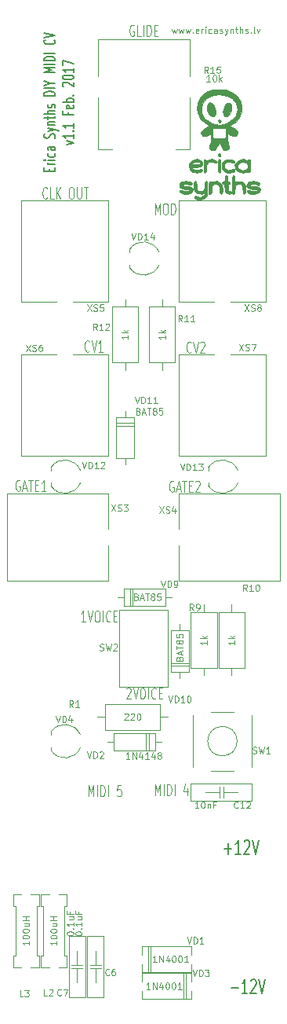
<source format=gto>
G04 #@! TF.FileFunction,Legend,Top*
%FSLAX46Y46*%
G04 Gerber Fmt 4.6, Leading zero omitted, Abs format (unit mm)*
G04 Created by KiCad (PCBNEW (2016-08-20 BZR 7083)-product) date Sun Feb  5 21:12:02 2017*
%MOMM*%
%LPD*%
G01*
G04 APERTURE LIST*
%ADD10C,0.100000*%
%ADD11C,0.200000*%
%ADD12C,0.120000*%
G04 APERTURE END LIST*
D10*
X17550000Y104750000D02*
X17683333Y104283334D01*
X17816666Y104616667D01*
X17950000Y104283334D01*
X18083333Y104750000D01*
X18283333Y104750000D02*
X18416666Y104283334D01*
X18550000Y104616667D01*
X18683333Y104283334D01*
X18816666Y104750000D01*
X19016666Y104750000D02*
X19150000Y104283334D01*
X19283333Y104616667D01*
X19416666Y104283334D01*
X19550000Y104750000D01*
X19816666Y104350000D02*
X19850000Y104316667D01*
X19816666Y104283334D01*
X19783333Y104316667D01*
X19816666Y104350000D01*
X19816666Y104283334D01*
X20416666Y104316667D02*
X20350000Y104283334D01*
X20216666Y104283334D01*
X20150000Y104316667D01*
X20116666Y104383334D01*
X20116666Y104650000D01*
X20150000Y104716667D01*
X20216666Y104750000D01*
X20350000Y104750000D01*
X20416666Y104716667D01*
X20450000Y104650000D01*
X20450000Y104583334D01*
X20116666Y104516667D01*
X20750000Y104283334D02*
X20750000Y104750000D01*
X20750000Y104616667D02*
X20783333Y104683334D01*
X20816666Y104716667D01*
X20883333Y104750000D01*
X20950000Y104750000D01*
X21183333Y104283334D02*
X21183333Y104750000D01*
X21183333Y104983334D02*
X21150000Y104950000D01*
X21183333Y104916667D01*
X21216666Y104950000D01*
X21183333Y104983334D01*
X21183333Y104916667D01*
X21816666Y104316667D02*
X21750000Y104283334D01*
X21616666Y104283334D01*
X21550000Y104316667D01*
X21516666Y104350000D01*
X21483333Y104416667D01*
X21483333Y104616667D01*
X21516666Y104683334D01*
X21550000Y104716667D01*
X21616666Y104750000D01*
X21750000Y104750000D01*
X21816666Y104716667D01*
X22416666Y104283334D02*
X22416666Y104650000D01*
X22383333Y104716667D01*
X22316666Y104750000D01*
X22183333Y104750000D01*
X22116666Y104716667D01*
X22416666Y104316667D02*
X22350000Y104283334D01*
X22183333Y104283334D01*
X22116666Y104316667D01*
X22083333Y104383334D01*
X22083333Y104450000D01*
X22116666Y104516667D01*
X22183333Y104550000D01*
X22350000Y104550000D01*
X22416666Y104583334D01*
X22716666Y104316667D02*
X22783333Y104283334D01*
X22916666Y104283334D01*
X22983333Y104316667D01*
X23016666Y104383334D01*
X23016666Y104416667D01*
X22983333Y104483334D01*
X22916666Y104516667D01*
X22816666Y104516667D01*
X22750000Y104550000D01*
X22716666Y104616667D01*
X22716666Y104650000D01*
X22750000Y104716667D01*
X22816666Y104750000D01*
X22916666Y104750000D01*
X22983333Y104716667D01*
X23250000Y104750000D02*
X23416666Y104283334D01*
X23583333Y104750000D02*
X23416666Y104283334D01*
X23350000Y104116667D01*
X23316666Y104083334D01*
X23250000Y104050000D01*
X23850000Y104750000D02*
X23850000Y104283334D01*
X23850000Y104683334D02*
X23883333Y104716667D01*
X23950000Y104750000D01*
X24050000Y104750000D01*
X24116666Y104716667D01*
X24150000Y104650000D01*
X24150000Y104283334D01*
X24383333Y104750000D02*
X24650000Y104750000D01*
X24483333Y104983334D02*
X24483333Y104383334D01*
X24516666Y104316667D01*
X24583333Y104283334D01*
X24650000Y104283334D01*
X24883333Y104283334D02*
X24883333Y104983334D01*
X25183333Y104283334D02*
X25183333Y104650000D01*
X25150000Y104716667D01*
X25083333Y104750000D01*
X24983333Y104750000D01*
X24916666Y104716667D01*
X24883333Y104683334D01*
X25483333Y104316667D02*
X25550000Y104283334D01*
X25683333Y104283334D01*
X25750000Y104316667D01*
X25783333Y104383334D01*
X25783333Y104416667D01*
X25750000Y104483334D01*
X25683333Y104516667D01*
X25583333Y104516667D01*
X25516666Y104550000D01*
X25483333Y104616667D01*
X25483333Y104650000D01*
X25516666Y104716667D01*
X25583333Y104750000D01*
X25683333Y104750000D01*
X25750000Y104716667D01*
X26083333Y104350000D02*
X26116666Y104316667D01*
X26083333Y104283334D01*
X26050000Y104316667D01*
X26083333Y104350000D01*
X26083333Y104283334D01*
X26516666Y104283334D02*
X26450000Y104316667D01*
X26416666Y104383334D01*
X26416666Y104983334D01*
X26716666Y104750000D02*
X26883333Y104283334D01*
X27050000Y104750000D01*
D11*
X23238095Y16392858D02*
X24000000Y16392858D01*
X23619047Y15821429D02*
X23619047Y16964286D01*
X25000000Y15821429D02*
X24428571Y15821429D01*
X24714285Y15821429D02*
X24714285Y17321429D01*
X24619047Y17107143D01*
X24523809Y16964286D01*
X24428571Y16892858D01*
X25380952Y17178572D02*
X25428571Y17250000D01*
X25523809Y17321429D01*
X25761904Y17321429D01*
X25857142Y17250000D01*
X25904761Y17178572D01*
X25952380Y17035715D01*
X25952380Y16892858D01*
X25904761Y16678572D01*
X25333333Y15821429D01*
X25952380Y15821429D01*
X26238095Y17321429D02*
X26571428Y15821429D01*
X26904761Y17321429D01*
D12*
X17719047Y56000000D02*
X17642857Y56057143D01*
X17528571Y56057143D01*
X17414285Y56000000D01*
X17338095Y55885715D01*
X17300000Y55771429D01*
X17261904Y55542858D01*
X17261904Y55371429D01*
X17300000Y55142858D01*
X17338095Y55028572D01*
X17414285Y54914286D01*
X17528571Y54857143D01*
X17604761Y54857143D01*
X17719047Y54914286D01*
X17757142Y54971429D01*
X17757142Y55371429D01*
X17604761Y55371429D01*
X18061904Y55200000D02*
X18442857Y55200000D01*
X17985714Y54857143D02*
X18252380Y56057143D01*
X18519047Y54857143D01*
X18671428Y56057143D02*
X19128571Y56057143D01*
X18900000Y54857143D02*
X18900000Y56057143D01*
X19395238Y55485715D02*
X19661904Y55485715D01*
X19776190Y54857143D02*
X19395238Y54857143D01*
X19395238Y56057143D01*
X19776190Y56057143D01*
X20080952Y55942858D02*
X20119047Y56000000D01*
X20195238Y56057143D01*
X20385714Y56057143D01*
X20461904Y56000000D01*
X20500000Y55942858D01*
X20538095Y55828572D01*
X20538095Y55714286D01*
X20500000Y55542858D01*
X20042857Y54857143D01*
X20538095Y54857143D01*
X1119047Y56100000D02*
X1042857Y56157143D01*
X928571Y56157143D01*
X814285Y56100000D01*
X738095Y55985715D01*
X700000Y55871429D01*
X661904Y55642858D01*
X661904Y55471429D01*
X700000Y55242858D01*
X738095Y55128572D01*
X814285Y55014286D01*
X928571Y54957143D01*
X1004761Y54957143D01*
X1119047Y55014286D01*
X1157142Y55071429D01*
X1157142Y55471429D01*
X1004761Y55471429D01*
X1461904Y55300000D02*
X1842857Y55300000D01*
X1385714Y54957143D02*
X1652380Y56157143D01*
X1919047Y54957143D01*
X2071428Y56157143D02*
X2528571Y56157143D01*
X2300000Y54957143D02*
X2300000Y56157143D01*
X2795238Y55585715D02*
X3061904Y55585715D01*
X3176190Y54957143D02*
X2795238Y54957143D01*
X2795238Y56157143D01*
X3176190Y56157143D01*
X3938095Y54957143D02*
X3480952Y54957143D01*
X3709523Y54957143D02*
X3709523Y56157143D01*
X3633333Y55985715D01*
X3557142Y55871429D01*
X3480952Y55814286D01*
D11*
X4314285Y89390477D02*
X4314285Y89657143D01*
X4942857Y89771429D02*
X4942857Y89390477D01*
X3742857Y89390477D01*
X3742857Y89771429D01*
X4942857Y90114286D02*
X4142857Y90114286D01*
X4371428Y90114286D02*
X4257142Y90152381D01*
X4200000Y90190477D01*
X4142857Y90266667D01*
X4142857Y90342858D01*
X4942857Y90609524D02*
X4142857Y90609524D01*
X3742857Y90609524D02*
X3800000Y90571429D01*
X3857142Y90609524D01*
X3800000Y90647620D01*
X3742857Y90609524D01*
X3857142Y90609524D01*
X4885714Y91333334D02*
X4942857Y91257143D01*
X4942857Y91104762D01*
X4885714Y91028572D01*
X4828571Y90990477D01*
X4714285Y90952381D01*
X4371428Y90952381D01*
X4257142Y90990477D01*
X4200000Y91028572D01*
X4142857Y91104762D01*
X4142857Y91257143D01*
X4200000Y91333334D01*
X4942857Y92019048D02*
X4314285Y92019048D01*
X4200000Y91980953D01*
X4142857Y91904762D01*
X4142857Y91752381D01*
X4200000Y91676191D01*
X4885714Y92019048D02*
X4942857Y91942858D01*
X4942857Y91752381D01*
X4885714Y91676191D01*
X4771428Y91638096D01*
X4657142Y91638096D01*
X4542857Y91676191D01*
X4485714Y91752381D01*
X4485714Y91942858D01*
X4428571Y92019048D01*
X4885714Y92971429D02*
X4942857Y93085715D01*
X4942857Y93276191D01*
X4885714Y93352381D01*
X4828571Y93390477D01*
X4714285Y93428572D01*
X4600000Y93428572D01*
X4485714Y93390477D01*
X4428571Y93352381D01*
X4371428Y93276191D01*
X4314285Y93123810D01*
X4257142Y93047620D01*
X4200000Y93009524D01*
X4085714Y92971429D01*
X3971428Y92971429D01*
X3857142Y93009524D01*
X3800000Y93047620D01*
X3742857Y93123810D01*
X3742857Y93314286D01*
X3800000Y93428572D01*
X4142857Y93695239D02*
X4942857Y93885715D01*
X4142857Y94076191D02*
X4942857Y93885715D01*
X5228571Y93809524D01*
X5285714Y93771429D01*
X5342857Y93695239D01*
X4142857Y94380953D02*
X4942857Y94380953D01*
X4257142Y94380953D02*
X4200000Y94419048D01*
X4142857Y94495239D01*
X4142857Y94609524D01*
X4200000Y94685715D01*
X4314285Y94723810D01*
X4942857Y94723810D01*
X4142857Y94990477D02*
X4142857Y95295239D01*
X3742857Y95104762D02*
X4771428Y95104762D01*
X4885714Y95142858D01*
X4942857Y95219048D01*
X4942857Y95295239D01*
X4942857Y95561905D02*
X3742857Y95561905D01*
X4942857Y95904762D02*
X4314285Y95904762D01*
X4200000Y95866667D01*
X4142857Y95790477D01*
X4142857Y95676191D01*
X4200000Y95600000D01*
X4257142Y95561905D01*
X4885714Y96247620D02*
X4942857Y96323810D01*
X4942857Y96476191D01*
X4885714Y96552381D01*
X4771428Y96590477D01*
X4714285Y96590477D01*
X4600000Y96552381D01*
X4542857Y96476191D01*
X4542857Y96361905D01*
X4485714Y96285715D01*
X4371428Y96247620D01*
X4314285Y96247620D01*
X4200000Y96285715D01*
X4142857Y96361905D01*
X4142857Y96476191D01*
X4200000Y96552381D01*
X4942857Y97542858D02*
X3742857Y97542858D01*
X3742857Y97733334D01*
X3800000Y97847620D01*
X3914285Y97923810D01*
X4028571Y97961905D01*
X4257142Y98000000D01*
X4428571Y98000000D01*
X4657142Y97961905D01*
X4771428Y97923810D01*
X4885714Y97847620D01*
X4942857Y97733334D01*
X4942857Y97542858D01*
X4942857Y98342858D02*
X3742857Y98342858D01*
X4371428Y98876191D02*
X4942857Y98876191D01*
X3742857Y98609524D02*
X4371428Y98876191D01*
X3742857Y99142858D01*
X4942857Y100019048D02*
X3742857Y100019048D01*
X4600000Y100285715D01*
X3742857Y100552381D01*
X4942857Y100552381D01*
X4942857Y100933334D02*
X3742857Y100933334D01*
X4942857Y101314286D02*
X3742857Y101314286D01*
X3742857Y101504762D01*
X3800000Y101619048D01*
X3914285Y101695239D01*
X4028571Y101733334D01*
X4257142Y101771429D01*
X4428571Y101771429D01*
X4657142Y101733334D01*
X4771428Y101695239D01*
X4885714Y101619048D01*
X4942857Y101504762D01*
X4942857Y101314286D01*
X4942857Y102114286D02*
X3742857Y102114286D01*
X4828571Y103561905D02*
X4885714Y103523810D01*
X4942857Y103409524D01*
X4942857Y103333334D01*
X4885714Y103219048D01*
X4771428Y103142858D01*
X4657142Y103104762D01*
X4428571Y103066667D01*
X4257142Y103066667D01*
X4028571Y103104762D01*
X3914285Y103142858D01*
X3800000Y103219048D01*
X3742857Y103333334D01*
X3742857Y103409524D01*
X3800000Y103523810D01*
X3857142Y103561905D01*
X3742857Y103790477D02*
X4942857Y104057143D01*
X3742857Y104323810D01*
X6142857Y92285715D02*
X6942857Y92476191D01*
X6142857Y92666667D01*
X6942857Y93390477D02*
X6942857Y92933334D01*
X6942857Y93161905D02*
X5742857Y93161905D01*
X5914285Y93085715D01*
X6028571Y93009524D01*
X6085714Y92933334D01*
X6828571Y93733334D02*
X6885714Y93771429D01*
X6942857Y93733334D01*
X6885714Y93695239D01*
X6828571Y93733334D01*
X6942857Y93733334D01*
X6942857Y94533334D02*
X6942857Y94076191D01*
X6942857Y94304762D02*
X5742857Y94304762D01*
X5914285Y94228572D01*
X6028571Y94152381D01*
X6085714Y94076191D01*
X6314285Y95752381D02*
X6314285Y95485715D01*
X6942857Y95485715D02*
X5742857Y95485715D01*
X5742857Y95866667D01*
X6885714Y96476191D02*
X6942857Y96400000D01*
X6942857Y96247620D01*
X6885714Y96171429D01*
X6771428Y96133334D01*
X6314285Y96133334D01*
X6200000Y96171429D01*
X6142857Y96247620D01*
X6142857Y96400000D01*
X6200000Y96476191D01*
X6314285Y96514286D01*
X6428571Y96514286D01*
X6542857Y96133334D01*
X6942857Y96857143D02*
X5742857Y96857143D01*
X6200000Y96857143D02*
X6142857Y96933334D01*
X6142857Y97085715D01*
X6200000Y97161905D01*
X6257142Y97200000D01*
X6371428Y97238096D01*
X6714285Y97238096D01*
X6828571Y97200000D01*
X6885714Y97161905D01*
X6942857Y97085715D01*
X6942857Y96933334D01*
X6885714Y96857143D01*
X6828571Y97580953D02*
X6885714Y97619048D01*
X6942857Y97580953D01*
X6885714Y97542858D01*
X6828571Y97580953D01*
X6942857Y97580953D01*
X5857142Y98533334D02*
X5800000Y98571429D01*
X5742857Y98647620D01*
X5742857Y98838096D01*
X5800000Y98914286D01*
X5857142Y98952381D01*
X5971428Y98990477D01*
X6085714Y98990477D01*
X6257142Y98952381D01*
X6942857Y98495239D01*
X6942857Y98990477D01*
X5742857Y99485715D02*
X5742857Y99561905D01*
X5800000Y99638096D01*
X5857142Y99676191D01*
X5971428Y99714286D01*
X6200000Y99752381D01*
X6485714Y99752381D01*
X6714285Y99714286D01*
X6828571Y99676191D01*
X6885714Y99638096D01*
X6942857Y99561905D01*
X6942857Y99485715D01*
X6885714Y99409524D01*
X6828571Y99371429D01*
X6714285Y99333334D01*
X6485714Y99295239D01*
X6200000Y99295239D01*
X5971428Y99333334D01*
X5857142Y99371429D01*
X5800000Y99409524D01*
X5742857Y99485715D01*
X6942857Y100514286D02*
X6942857Y100057143D01*
X6942857Y100285715D02*
X5742857Y100285715D01*
X5914285Y100209524D01*
X6028571Y100133334D01*
X6085714Y100057143D01*
X5742857Y100780953D02*
X5742857Y101314286D01*
X6942857Y100971429D01*
D12*
X8566666Y22057143D02*
X8566666Y23257143D01*
X8833333Y22400000D01*
X9100000Y23257143D01*
X9100000Y22057143D01*
X9480952Y22057143D02*
X9480952Y23257143D01*
X9861904Y22057143D02*
X9861904Y23257143D01*
X10052380Y23257143D01*
X10166666Y23200000D01*
X10242857Y23085715D01*
X10280952Y22971429D01*
X10319047Y22742858D01*
X10319047Y22571429D01*
X10280952Y22342858D01*
X10242857Y22228572D01*
X10166666Y22114286D01*
X10052380Y22057143D01*
X9861904Y22057143D01*
X10661904Y22057143D02*
X10661904Y23257143D01*
X12033333Y23257143D02*
X11652380Y23257143D01*
X11614285Y22685715D01*
X11652380Y22742858D01*
X11728571Y22800000D01*
X11919047Y22800000D01*
X11995238Y22742858D01*
X12033333Y22685715D01*
X12071428Y22571429D01*
X12071428Y22285715D01*
X12033333Y22171429D01*
X11995238Y22114286D01*
X11919047Y22057143D01*
X11728571Y22057143D01*
X11652380Y22114286D01*
X11614285Y22171429D01*
X15766666Y22157143D02*
X15766666Y23357143D01*
X16033333Y22500000D01*
X16300000Y23357143D01*
X16300000Y22157143D01*
X16680952Y22157143D02*
X16680952Y23357143D01*
X17061904Y22157143D02*
X17061904Y23357143D01*
X17252380Y23357143D01*
X17366666Y23300000D01*
X17442857Y23185715D01*
X17480952Y23071429D01*
X17519047Y22842858D01*
X17519047Y22671429D01*
X17480952Y22442858D01*
X17442857Y22328572D01*
X17366666Y22214286D01*
X17252380Y22157143D01*
X17061904Y22157143D01*
X17861904Y22157143D02*
X17861904Y23357143D01*
X19195238Y22957143D02*
X19195238Y22157143D01*
X19004761Y23414286D02*
X18814285Y22557143D01*
X19309523Y22557143D01*
X8214285Y40857143D02*
X7757142Y40857143D01*
X7985714Y40857143D02*
X7985714Y42057143D01*
X7909523Y41885715D01*
X7833333Y41771429D01*
X7757142Y41714286D01*
X8442857Y42057143D02*
X8709523Y40857143D01*
X8976190Y42057143D01*
X9395238Y42057143D02*
X9547619Y42057143D01*
X9623809Y42000000D01*
X9700000Y41885715D01*
X9738095Y41657143D01*
X9738095Y41257143D01*
X9700000Y41028572D01*
X9623809Y40914286D01*
X9547619Y40857143D01*
X9395238Y40857143D01*
X9319047Y40914286D01*
X9242857Y41028572D01*
X9204761Y41257143D01*
X9204761Y41657143D01*
X9242857Y41885715D01*
X9319047Y42000000D01*
X9395238Y42057143D01*
X10080952Y40857143D02*
X10080952Y42057143D01*
X10919047Y40971429D02*
X10880952Y40914286D01*
X10766666Y40857143D01*
X10690476Y40857143D01*
X10576190Y40914286D01*
X10500000Y41028572D01*
X10461904Y41142858D01*
X10423809Y41371429D01*
X10423809Y41542858D01*
X10461904Y41771429D01*
X10500000Y41885715D01*
X10576190Y42000000D01*
X10690476Y42057143D01*
X10766666Y42057143D01*
X10880952Y42000000D01*
X10919047Y41942858D01*
X11261904Y41485715D02*
X11528571Y41485715D01*
X11642857Y40857143D02*
X11261904Y40857143D01*
X11261904Y42057143D01*
X11642857Y42057143D01*
X12657142Y33642858D02*
X12695238Y33700000D01*
X12771428Y33757143D01*
X12961904Y33757143D01*
X13038095Y33700000D01*
X13076190Y33642858D01*
X13114285Y33528572D01*
X13114285Y33414286D01*
X13076190Y33242858D01*
X12619047Y32557143D01*
X13114285Y32557143D01*
X13342857Y33757143D02*
X13609523Y32557143D01*
X13876190Y33757143D01*
X14295238Y33757143D02*
X14447619Y33757143D01*
X14523809Y33700000D01*
X14600000Y33585715D01*
X14638095Y33357143D01*
X14638095Y32957143D01*
X14600000Y32728572D01*
X14523809Y32614286D01*
X14447619Y32557143D01*
X14295238Y32557143D01*
X14219047Y32614286D01*
X14142857Y32728572D01*
X14104761Y32957143D01*
X14104761Y33357143D01*
X14142857Y33585715D01*
X14219047Y33700000D01*
X14295238Y33757143D01*
X14980952Y32557143D02*
X14980952Y33757143D01*
X15819047Y32671429D02*
X15780952Y32614286D01*
X15666666Y32557143D01*
X15590476Y32557143D01*
X15476190Y32614286D01*
X15400000Y32728572D01*
X15361904Y32842858D01*
X15323809Y33071429D01*
X15323809Y33242858D01*
X15361904Y33471429D01*
X15400000Y33585715D01*
X15476190Y33700000D01*
X15590476Y33757143D01*
X15666666Y33757143D01*
X15780952Y33700000D01*
X15819047Y33642858D01*
X16161904Y33185715D02*
X16428571Y33185715D01*
X16542857Y32557143D02*
X16161904Y32557143D01*
X16161904Y33757143D01*
X16542857Y33757143D01*
X19623809Y69971429D02*
X19585714Y69914286D01*
X19471428Y69857143D01*
X19395238Y69857143D01*
X19280952Y69914286D01*
X19204761Y70028572D01*
X19166666Y70142858D01*
X19128571Y70371429D01*
X19128571Y70542858D01*
X19166666Y70771429D01*
X19204761Y70885715D01*
X19280952Y71000000D01*
X19395238Y71057143D01*
X19471428Y71057143D01*
X19585714Y71000000D01*
X19623809Y70942858D01*
X19852380Y71057143D02*
X20119047Y69857143D01*
X20385714Y71057143D01*
X20614285Y70942858D02*
X20652380Y71000000D01*
X20728571Y71057143D01*
X20919047Y71057143D01*
X20995238Y71000000D01*
X21033333Y70942858D01*
X21071428Y70828572D01*
X21071428Y70714286D01*
X21033333Y70542858D01*
X20576190Y69857143D01*
X21071428Y69857143D01*
X8623809Y70071429D02*
X8585714Y70014286D01*
X8471428Y69957143D01*
X8395238Y69957143D01*
X8280952Y70014286D01*
X8204761Y70128572D01*
X8166666Y70242858D01*
X8128571Y70471429D01*
X8128571Y70642858D01*
X8166666Y70871429D01*
X8204761Y70985715D01*
X8280952Y71100000D01*
X8395238Y71157143D01*
X8471428Y71157143D01*
X8585714Y71100000D01*
X8623809Y71042858D01*
X8852380Y71157143D02*
X9119047Y69957143D01*
X9385714Y71157143D01*
X10071428Y69957143D02*
X9614285Y69957143D01*
X9842857Y69957143D02*
X9842857Y71157143D01*
X9766666Y70985715D01*
X9690476Y70871429D01*
X9614285Y70814286D01*
X15714285Y84757143D02*
X15714285Y85957143D01*
X15980952Y85100000D01*
X16247619Y85957143D01*
X16247619Y84757143D01*
X16780952Y85957143D02*
X16933333Y85957143D01*
X17009523Y85900000D01*
X17085714Y85785715D01*
X17123809Y85557143D01*
X17123809Y85157143D01*
X17085714Y84928572D01*
X17009523Y84814286D01*
X16933333Y84757143D01*
X16780952Y84757143D01*
X16704761Y84814286D01*
X16628571Y84928572D01*
X16590476Y85157143D01*
X16590476Y85557143D01*
X16628571Y85785715D01*
X16704761Y85900000D01*
X16780952Y85957143D01*
X17466666Y84757143D02*
X17466666Y85957143D01*
X17657142Y85957143D01*
X17771428Y85900000D01*
X17847619Y85785715D01*
X17885714Y85671429D01*
X17923809Y85442858D01*
X17923809Y85271429D01*
X17885714Y85042858D01*
X17847619Y84928572D01*
X17771428Y84814286D01*
X17657142Y84757143D01*
X17466666Y84757143D01*
X4076190Y86571429D02*
X4038095Y86514286D01*
X3923809Y86457143D01*
X3847619Y86457143D01*
X3733333Y86514286D01*
X3657142Y86628572D01*
X3619047Y86742858D01*
X3580952Y86971429D01*
X3580952Y87142858D01*
X3619047Y87371429D01*
X3657142Y87485715D01*
X3733333Y87600000D01*
X3847619Y87657143D01*
X3923809Y87657143D01*
X4038095Y87600000D01*
X4076190Y87542858D01*
X4800000Y86457143D02*
X4419047Y86457143D01*
X4419047Y87657143D01*
X5066666Y86457143D02*
X5066666Y87657143D01*
X5523809Y86457143D02*
X5180952Y87142858D01*
X5523809Y87657143D02*
X5066666Y86971429D01*
X6628571Y87657143D02*
X6780952Y87657143D01*
X6857142Y87600000D01*
X6933333Y87485715D01*
X6971428Y87257143D01*
X6971428Y86857143D01*
X6933333Y86628572D01*
X6857142Y86514286D01*
X6780952Y86457143D01*
X6628571Y86457143D01*
X6552380Y86514286D01*
X6476190Y86628572D01*
X6438095Y86857143D01*
X6438095Y87257143D01*
X6476190Y87485715D01*
X6552380Y87600000D01*
X6628571Y87657143D01*
X7314285Y87657143D02*
X7314285Y86685715D01*
X7352380Y86571429D01*
X7390476Y86514286D01*
X7466666Y86457143D01*
X7619047Y86457143D01*
X7695238Y86514286D01*
X7733333Y86571429D01*
X7771428Y86685715D01*
X7771428Y87657143D01*
X8038095Y87657143D02*
X8495238Y87657143D01*
X8266666Y86457143D02*
X8266666Y87657143D01*
X13433333Y105100000D02*
X13357142Y105157143D01*
X13242857Y105157143D01*
X13128571Y105100000D01*
X13052380Y104985715D01*
X13014285Y104871429D01*
X12976190Y104642858D01*
X12976190Y104471429D01*
X13014285Y104242858D01*
X13052380Y104128572D01*
X13128571Y104014286D01*
X13242857Y103957143D01*
X13319047Y103957143D01*
X13433333Y104014286D01*
X13471428Y104071429D01*
X13471428Y104471429D01*
X13319047Y104471429D01*
X14195238Y103957143D02*
X13814285Y103957143D01*
X13814285Y105157143D01*
X14461904Y103957143D02*
X14461904Y105157143D01*
X14842857Y103957143D02*
X14842857Y105157143D01*
X15033333Y105157143D01*
X15147619Y105100000D01*
X15223809Y104985715D01*
X15261904Y104871429D01*
X15300000Y104642858D01*
X15300000Y104471429D01*
X15261904Y104242858D01*
X15223809Y104128572D01*
X15147619Y104014286D01*
X15033333Y103957143D01*
X14842857Y103957143D01*
X15642857Y104585715D02*
X15909523Y104585715D01*
X16023809Y103957143D02*
X15642857Y103957143D01*
X15642857Y105157143D01*
X16023809Y105157143D01*
D11*
X23938095Y1392858D02*
X24700000Y1392858D01*
X25700000Y821429D02*
X25128571Y821429D01*
X25414285Y821429D02*
X25414285Y2321429D01*
X25319047Y2107143D01*
X25223809Y1964286D01*
X25128571Y1892858D01*
X26080952Y2178572D02*
X26128571Y2250000D01*
X26223809Y2321429D01*
X26461904Y2321429D01*
X26557142Y2250000D01*
X26604761Y2178572D01*
X26652380Y2035715D01*
X26652380Y1892858D01*
X26604761Y1678572D01*
X26033333Y821429D01*
X26652380Y821429D01*
X26938095Y2321429D02*
X27271428Y821429D01*
X27604761Y2321429D01*
D10*
X4505100Y26981876D02*
G75*
G03X7680000Y27330000I1494900J1018124D01*
G01*
X7667827Y28684364D02*
G75*
G03X4500000Y29000000I-1667827J-684364D01*
G01*
X4500000Y27000000D02*
X4500000Y27350000D01*
X4500000Y29000000D02*
X4500000Y28650000D01*
X9300000Y3900000D02*
X9300000Y5400000D01*
X9300000Y3500000D02*
X9300000Y2000000D01*
X9900000Y3500000D02*
X8700000Y3500000D01*
X9900000Y3900000D02*
X8700000Y3900000D01*
X10200000Y7000000D02*
X10200000Y400000D01*
X10200000Y400000D02*
X8400000Y400000D01*
X8400000Y400000D02*
X8400000Y7000000D01*
X8400000Y7000000D02*
X10200000Y7000000D01*
X7300000Y3500000D02*
X7300000Y2000000D01*
X7300000Y3900000D02*
X7300000Y5400000D01*
X6700000Y3900000D02*
X7900000Y3900000D01*
X6700000Y3500000D02*
X7900000Y3500000D01*
X6400000Y400000D02*
X6400000Y7000000D01*
X6400000Y7000000D02*
X8200000Y7000000D01*
X8200000Y7000000D02*
X8200000Y400000D01*
X8200000Y400000D02*
X6400000Y400000D01*
X23100000Y22500000D02*
X24600000Y22500000D01*
X22700000Y22500000D02*
X21200000Y22500000D01*
X22700000Y21900000D02*
X22700000Y23100000D01*
X23100000Y21900000D02*
X23100000Y23100000D01*
X26200000Y21600000D02*
X19600000Y21600000D01*
X19600000Y21600000D02*
X19600000Y23400000D01*
X19600000Y23400000D02*
X26200000Y23400000D01*
X26200000Y23400000D02*
X26200000Y21600000D01*
X6197000Y3663000D02*
X6197000Y4933000D01*
X6197000Y4933000D02*
X5943000Y4933000D01*
X5943000Y4933000D02*
X5943000Y10267000D01*
X5943000Y10267000D02*
X6197000Y10267000D01*
X6197000Y10267000D02*
X6197000Y11537000D01*
X6197000Y11537000D02*
X5308000Y11537000D01*
X5308000Y3663000D02*
X6197000Y3663000D01*
X3403000Y3663000D02*
X4292000Y3663000D01*
X3403000Y3663000D02*
X3403000Y4933000D01*
X3403000Y4933000D02*
X3657000Y4933000D01*
X3657000Y4933000D02*
X3657000Y10267000D01*
X3657000Y10267000D02*
X3403000Y10267000D01*
X3403000Y10267000D02*
X3403000Y11537000D01*
X3403000Y11537000D02*
X4292000Y11537000D01*
X3197000Y3663000D02*
X3197000Y4933000D01*
X3197000Y4933000D02*
X2943000Y4933000D01*
X2943000Y4933000D02*
X2943000Y10267000D01*
X2943000Y10267000D02*
X3197000Y10267000D01*
X3197000Y10267000D02*
X3197000Y11537000D01*
X3197000Y11537000D02*
X2308000Y11537000D01*
X2308000Y3663000D02*
X3197000Y3663000D01*
X403000Y3663000D02*
X1292000Y3663000D01*
X403000Y3663000D02*
X403000Y4933000D01*
X403000Y4933000D02*
X657000Y4933000D01*
X657000Y4933000D02*
X657000Y10267000D01*
X657000Y10267000D02*
X403000Y10267000D01*
X403000Y10267000D02*
X403000Y11537000D01*
X403000Y11537000D02*
X1292000Y11537000D01*
X10300000Y30600000D02*
X9500000Y30600000D01*
X16300000Y30600000D02*
X17100000Y30600000D01*
X10300000Y29200000D02*
X10300000Y32000000D01*
X10300000Y32000000D02*
X16300000Y32000000D01*
X16300000Y32000000D02*
X16300000Y29200000D01*
X16300000Y29200000D02*
X10300000Y29200000D01*
X21000000Y41900000D02*
X21000000Y42700000D01*
X21000000Y35900000D02*
X21000000Y35100000D01*
X19600000Y41900000D02*
X22400000Y41900000D01*
X22400000Y41900000D02*
X22400000Y35900000D01*
X22400000Y35900000D02*
X19600000Y35900000D01*
X19600000Y35900000D02*
X19600000Y41900000D01*
X24000000Y41900000D02*
X24000000Y42700000D01*
X24000000Y35900000D02*
X24000000Y35100000D01*
X22600000Y41900000D02*
X25400000Y41900000D01*
X25400000Y41900000D02*
X25400000Y35900000D01*
X25400000Y35900000D02*
X22600000Y35900000D01*
X22600000Y35900000D02*
X22600000Y41900000D01*
X16500000Y74800000D02*
X16500000Y75600000D01*
X16500000Y68800000D02*
X16500000Y68000000D01*
X15100000Y74800000D02*
X17900000Y74800000D01*
X17900000Y74800000D02*
X17900000Y68800000D01*
X17900000Y68800000D02*
X15100000Y68800000D01*
X15100000Y68800000D02*
X15100000Y74800000D01*
X12500000Y74800000D02*
X12500000Y75600000D01*
X12500000Y68800000D02*
X12500000Y68000000D01*
X11100000Y74800000D02*
X13900000Y74800000D01*
X13900000Y74800000D02*
X13900000Y68800000D01*
X13900000Y68800000D02*
X11100000Y68800000D01*
X11100000Y68800000D02*
X11100000Y74800000D01*
X17929000Y91769000D02*
X19453000Y91769000D01*
X19453000Y91769000D02*
X19453000Y97357000D01*
X9547000Y97357000D02*
X9547000Y91769000D01*
X9547000Y91769000D02*
X11071000Y91769000D01*
X19453000Y99643000D02*
X19453000Y103580000D01*
X19453000Y103580000D02*
X9547000Y103580000D01*
X9547000Y103580000D02*
X9547000Y99643000D01*
X24587500Y28000000D02*
G75*
G03X24587500Y28000000I-1587500J0D01*
G01*
X26175000Y30794000D02*
X26175000Y25206000D01*
X19825000Y25206000D02*
X19825000Y30794000D01*
X21793500Y24825000D02*
X24206500Y24825000D01*
X24206500Y31175000D02*
X21793500Y31175000D01*
X14770000Y28852500D02*
X14770000Y26947500D01*
X15087500Y28852500D02*
X15087500Y26947500D01*
X11277500Y27900000D02*
X10600000Y27900000D01*
X15722500Y27900000D02*
X16400000Y27900000D01*
X11277500Y28852500D02*
X15722500Y28852500D01*
X15722500Y28852500D02*
X15722500Y26947500D01*
X15722500Y26947500D02*
X11277500Y26947500D01*
X11277500Y26947500D02*
X11277500Y28852500D01*
X13330000Y42547500D02*
X13330000Y44452500D01*
X13012500Y42547500D02*
X13012500Y44452500D01*
X16822500Y43500000D02*
X17500000Y43500000D01*
X12377500Y43500000D02*
X11700000Y43500000D01*
X16822500Y42547500D02*
X12377500Y42547500D01*
X12377500Y42547500D02*
X12377500Y44452500D01*
X12377500Y44452500D02*
X16822500Y44452500D01*
X16822500Y44452500D02*
X16822500Y42547500D01*
X19352500Y36430000D02*
X17447500Y36430000D01*
X19352500Y36112500D02*
X17447500Y36112500D01*
X18400000Y39922500D02*
X18400000Y40600000D01*
X18400000Y35477500D02*
X18400000Y34800000D01*
X19352500Y39922500D02*
X19352500Y35477500D01*
X19352500Y35477500D02*
X17447500Y35477500D01*
X17447500Y35477500D02*
X17447500Y39922500D01*
X17447500Y39922500D02*
X19352500Y39922500D01*
X11547500Y61970000D02*
X13452500Y61970000D01*
X11547500Y62287500D02*
X13452500Y62287500D01*
X12500000Y58477500D02*
X12500000Y57800000D01*
X12500000Y62922500D02*
X12500000Y63600000D01*
X11547500Y58477500D02*
X11547500Y62922500D01*
X11547500Y62922500D02*
X13452500Y62922500D01*
X13452500Y62922500D02*
X13452500Y58477500D01*
X13452500Y58477500D02*
X11547500Y58477500D01*
X4505100Y55481876D02*
G75*
G03X7680000Y55830000I1494900J1018124D01*
G01*
X7667827Y57184364D02*
G75*
G03X4500000Y57500000I-1667827J-684364D01*
G01*
X4500000Y55500000D02*
X4500000Y55850000D01*
X4500000Y57500000D02*
X4500000Y57150000D01*
X21505100Y55481876D02*
G75*
G03X24680000Y55830000I1494900J1018124D01*
G01*
X24667827Y57184364D02*
G75*
G03X21500000Y57500000I-1667827J-684364D01*
G01*
X21500000Y55500000D02*
X21500000Y55850000D01*
X21500000Y57500000D02*
X21500000Y57150000D01*
X13005100Y78981876D02*
G75*
G03X16180000Y79330000I1494900J1018124D01*
G01*
X16167827Y80684364D02*
G75*
G03X13000000Y81000000I-1667827J-684364D01*
G01*
X13000000Y79000000D02*
X13000000Y79350000D01*
X13000000Y81000000D02*
X13000000Y80650000D01*
X17103500Y42127500D02*
X11896500Y42127500D01*
X11896500Y42127500D02*
X11896500Y33872500D01*
X11896500Y33872500D02*
X17103500Y33872500D01*
X17103500Y33872500D02*
X17103500Y42127500D01*
X14333000Y5008000D02*
X14333000Y5897000D01*
X14333000Y3103000D02*
X14333000Y3992000D01*
X19667000Y5008000D02*
X19667000Y5897000D01*
X19667000Y3103000D02*
X19667000Y3992000D01*
X15222000Y3103000D02*
X15222000Y5897000D01*
X14968000Y3103000D02*
X14968000Y5897000D01*
X19667000Y3103000D02*
X14333000Y3103000D01*
X14333000Y5897000D02*
X19667000Y5897000D01*
X19667000Y1092000D02*
X19667000Y203000D01*
X19667000Y2997000D02*
X19667000Y2108000D01*
X14333000Y1092000D02*
X14333000Y203000D01*
X14333000Y2997000D02*
X14333000Y2108000D01*
X18778000Y2997000D02*
X18778000Y203000D01*
X19032000Y2997000D02*
X19032000Y203000D01*
X14333000Y2997000D02*
X19667000Y2997000D01*
X19667000Y203000D02*
X14333000Y203000D01*
X10699000Y49111000D02*
X10699000Y45301000D01*
X10699000Y45301000D02*
X-223000Y45301000D01*
X-223000Y45301000D02*
X-223000Y54699000D01*
X-223000Y54699000D02*
X10699000Y54699000D01*
X10699000Y54699000D02*
X10699000Y50889000D01*
X18301000Y50889000D02*
X18301000Y54699000D01*
X18301000Y54699000D02*
X29223000Y54699000D01*
X29223000Y54699000D02*
X29223000Y45301000D01*
X29223000Y45301000D02*
X18301000Y45301000D01*
X18301000Y45301000D02*
X18301000Y49111000D01*
X5111000Y75301000D02*
X1301000Y75301000D01*
X1301000Y75301000D02*
X1301000Y86223000D01*
X1301000Y86223000D02*
X10699000Y86223000D01*
X10699000Y86223000D02*
X10699000Y75301000D01*
X10699000Y75301000D02*
X6889000Y75301000D01*
X6889000Y69699000D02*
X10699000Y69699000D01*
X10699000Y69699000D02*
X10699000Y58777000D01*
X10699000Y58777000D02*
X1301000Y58777000D01*
X1301000Y58777000D02*
X1301000Y69699000D01*
X1301000Y69699000D02*
X5111000Y69699000D01*
X23889000Y69699000D02*
X27699000Y69699000D01*
X27699000Y69699000D02*
X27699000Y58777000D01*
X27699000Y58777000D02*
X18301000Y58777000D01*
X18301000Y58777000D02*
X18301000Y69699000D01*
X18301000Y69699000D02*
X22111000Y69699000D01*
X22111000Y75301000D02*
X18301000Y75301000D01*
X18301000Y75301000D02*
X18301000Y86223000D01*
X18301000Y86223000D02*
X27699000Y86223000D01*
X27699000Y86223000D02*
X27699000Y75301000D01*
X27699000Y75301000D02*
X23889000Y75301000D01*
G36*
X21367218Y87673353D02*
X21365400Y87503799D01*
X21356789Y87200886D01*
X21341861Y86980944D01*
X21318401Y86825429D01*
X21284192Y86715795D01*
X21267067Y86680751D01*
X21125096Y86519142D01*
X20916068Y86402781D01*
X20667910Y86340846D01*
X20408549Y86342517D01*
X20303906Y86364144D01*
X20127716Y86437983D01*
X20013744Y86537637D01*
X19978721Y86646498D01*
X19986410Y86679254D01*
X20032030Y86743717D01*
X20113507Y86756413D01*
X20251822Y86717482D01*
X20341853Y86681633D01*
X20502882Y86631146D01*
X20646384Y86636654D01*
X20723031Y86656466D01*
X20892123Y86725683D01*
X20991903Y86824488D01*
X21045688Y86951671D01*
X21061524Y87025415D01*
X21028718Y87041343D01*
X20924397Y87010023D01*
X20921547Y87009030D01*
X20709759Y86970459D01*
X20478460Y86982511D01*
X20267454Y87039427D01*
X20128277Y87123803D01*
X20017583Y87239707D01*
X19947431Y87355741D01*
X19905673Y87503226D01*
X19880163Y87713484D01*
X19875122Y87776596D01*
X19871375Y88047405D01*
X19906856Y88231332D01*
X19980700Y88325303D01*
X20033000Y88337600D01*
X20121884Y88292567D01*
X20179912Y88155903D01*
X20207845Y87925264D01*
X20210800Y87790014D01*
X20217267Y87584762D01*
X20240379Y87454443D01*
X20285700Y87372992D01*
X20303700Y87354874D01*
X20440915Y87289000D01*
X20622839Y87272327D01*
X20805781Y87303978D01*
X20928469Y87367424D01*
X20989434Y87428921D01*
X21027773Y87509807D01*
X21050457Y87635897D01*
X21064458Y87833011D01*
X21066645Y87879148D01*
X21081832Y88101418D01*
X21105316Y88239166D01*
X21140790Y88309364D01*
X21163494Y88324178D01*
X21243504Y88332381D01*
X21301634Y88280530D01*
X21340132Y88159494D01*
X21361244Y87960145D01*
X21367218Y87673353D01*
X21367218Y87673353D01*
X21367218Y87673353D01*
G37*
X21367218Y87673353D02*
X21365400Y87503799D01*
X21356789Y87200886D01*
X21341861Y86980944D01*
X21318401Y86825429D01*
X21284192Y86715795D01*
X21267067Y86680751D01*
X21125096Y86519142D01*
X20916068Y86402781D01*
X20667910Y86340846D01*
X20408549Y86342517D01*
X20303906Y86364144D01*
X20127716Y86437983D01*
X20013744Y86537637D01*
X19978721Y86646498D01*
X19986410Y86679254D01*
X20032030Y86743717D01*
X20113507Y86756413D01*
X20251822Y86717482D01*
X20341853Y86681633D01*
X20502882Y86631146D01*
X20646384Y86636654D01*
X20723031Y86656466D01*
X20892123Y86725683D01*
X20991903Y86824488D01*
X21045688Y86951671D01*
X21061524Y87025415D01*
X21028718Y87041343D01*
X20924397Y87010023D01*
X20921547Y87009030D01*
X20709759Y86970459D01*
X20478460Y86982511D01*
X20267454Y87039427D01*
X20128277Y87123803D01*
X20017583Y87239707D01*
X19947431Y87355741D01*
X19905673Y87503226D01*
X19880163Y87713484D01*
X19875122Y87776596D01*
X19871375Y88047405D01*
X19906856Y88231332D01*
X19980700Y88325303D01*
X20033000Y88337600D01*
X20121884Y88292567D01*
X20179912Y88155903D01*
X20207845Y87925264D01*
X20210800Y87790014D01*
X20217267Y87584762D01*
X20240379Y87454443D01*
X20285700Y87372992D01*
X20303700Y87354874D01*
X20440915Y87289000D01*
X20622839Y87272327D01*
X20805781Y87303978D01*
X20928469Y87367424D01*
X20989434Y87428921D01*
X21027773Y87509807D01*
X21050457Y87635897D01*
X21064458Y87833011D01*
X21066645Y87879148D01*
X21081832Y88101418D01*
X21105316Y88239166D01*
X21140790Y88309364D01*
X21163494Y88324178D01*
X21243504Y88332381D01*
X21301634Y88280530D01*
X21340132Y88159494D01*
X21361244Y87960145D01*
X21367218Y87673353D01*
X21367218Y87673353D01*
G36*
X19803460Y87421686D02*
X19762360Y87244341D01*
X19641543Y87095084D01*
X19448250Y86992140D01*
X19202828Y86940515D01*
X18925625Y86945211D01*
X18715519Y86986904D01*
X18514120Y87062646D01*
X18394862Y87151306D01*
X18364715Y87245506D01*
X18405026Y87315599D01*
X18487277Y87363248D01*
X18594666Y87338054D01*
X18602103Y87334715D01*
X18781940Y87275597D01*
X18980399Y87245455D01*
X19173081Y87243133D01*
X19335589Y87267474D01*
X19443525Y87317321D01*
X19474200Y87376055D01*
X19447329Y87415732D01*
X19356795Y87444497D01*
X19187715Y87465903D01*
X19056429Y87475790D01*
X18747443Y87515048D01*
X18529111Y87588529D01*
X18395357Y87699364D01*
X18340768Y87844812D01*
X18362398Y88032632D01*
X18471398Y88179863D01*
X18659796Y88281024D01*
X18919620Y88330635D01*
X19053468Y88334733D01*
X19292294Y88314999D01*
X19494058Y88266483D01*
X19645458Y88197112D01*
X19733188Y88114808D01*
X19743946Y88027497D01*
X19686177Y87957856D01*
X19606197Y87917173D01*
X19512814Y87926552D01*
X19421108Y87960832D01*
X19243173Y88011308D01*
X19045643Y88031747D01*
X18861803Y88022516D01*
X18724937Y87983980D01*
X18683586Y87952729D01*
X18650175Y87875900D01*
X18701554Y87822798D01*
X18842651Y87791415D01*
X19078392Y87779741D01*
X19108422Y87779578D01*
X19400948Y87754358D01*
X19618039Y87683240D01*
X19754080Y87570818D01*
X19803460Y87421686D01*
X19803460Y87421686D01*
X19803460Y87421686D01*
G37*
X19803460Y87421686D02*
X19762360Y87244341D01*
X19641543Y87095084D01*
X19448250Y86992140D01*
X19202828Y86940515D01*
X18925625Y86945211D01*
X18715519Y86986904D01*
X18514120Y87062646D01*
X18394862Y87151306D01*
X18364715Y87245506D01*
X18405026Y87315599D01*
X18487277Y87363248D01*
X18594666Y87338054D01*
X18602103Y87334715D01*
X18781940Y87275597D01*
X18980399Y87245455D01*
X19173081Y87243133D01*
X19335589Y87267474D01*
X19443525Y87317321D01*
X19474200Y87376055D01*
X19447329Y87415732D01*
X19356795Y87444497D01*
X19187715Y87465903D01*
X19056429Y87475790D01*
X18747443Y87515048D01*
X18529111Y87588529D01*
X18395357Y87699364D01*
X18340768Y87844812D01*
X18362398Y88032632D01*
X18471398Y88179863D01*
X18659796Y88281024D01*
X18919620Y88330635D01*
X19053468Y88334733D01*
X19292294Y88314999D01*
X19494058Y88266483D01*
X19645458Y88197112D01*
X19733188Y88114808D01*
X19743946Y88027497D01*
X19686177Y87957856D01*
X19606197Y87917173D01*
X19512814Y87926552D01*
X19421108Y87960832D01*
X19243173Y88011308D01*
X19045643Y88031747D01*
X18861803Y88022516D01*
X18724937Y87983980D01*
X18683586Y87952729D01*
X18650175Y87875900D01*
X18701554Y87822798D01*
X18842651Y87791415D01*
X19078392Y87779741D01*
X19108422Y87779578D01*
X19400948Y87754358D01*
X19618039Y87683240D01*
X19754080Y87570818D01*
X19803460Y87421686D01*
X19803460Y87421686D01*
G36*
X27067860Y87421686D02*
X27026760Y87244341D01*
X26905572Y87094735D01*
X26710785Y86991782D01*
X26461737Y86941083D01*
X26177766Y86948237D01*
X26067864Y86966639D01*
X25837520Y87029851D01*
X25700136Y87107461D01*
X25647508Y87204468D01*
X25646400Y87223382D01*
X25673176Y87317222D01*
X25760249Y87352602D01*
X25917734Y87331363D01*
X26041160Y87295192D01*
X26229845Y87253482D01*
X26419463Y87243979D01*
X26584456Y87263795D01*
X26699265Y87310042D01*
X26738600Y87374007D01*
X26713828Y87414561D01*
X26628893Y87443481D01*
X26467869Y87464699D01*
X26327854Y87475384D01*
X26028933Y87510924D01*
X25817646Y87575863D01*
X25682944Y87675442D01*
X25613995Y87814023D01*
X25617354Y87990626D01*
X25707179Y88146693D01*
X25868393Y88258300D01*
X25902114Y88271233D01*
X26110787Y88320100D01*
X26329660Y88333485D01*
X26542506Y88316269D01*
X26733098Y88273335D01*
X26885210Y88209563D01*
X26982614Y88129837D01*
X27009084Y88039037D01*
X26959954Y87952983D01*
X26895020Y87902304D01*
X26825634Y87904372D01*
X26722038Y87952030D01*
X26553032Y88007418D01*
X26350025Y88029884D01*
X26152779Y88019134D01*
X26001057Y87974875D01*
X25973609Y87957566D01*
X25914830Y87884056D01*
X25954524Y87829525D01*
X26091234Y87794623D01*
X26323500Y87780001D01*
X26372822Y87779578D01*
X26665348Y87754358D01*
X26882439Y87683240D01*
X27018480Y87570818D01*
X27067860Y87421686D01*
X27067860Y87421686D01*
X27067860Y87421686D01*
G37*
X27067860Y87421686D02*
X27026760Y87244341D01*
X26905572Y87094735D01*
X26710785Y86991782D01*
X26461737Y86941083D01*
X26177766Y86948237D01*
X26067864Y86966639D01*
X25837520Y87029851D01*
X25700136Y87107461D01*
X25647508Y87204468D01*
X25646400Y87223382D01*
X25673176Y87317222D01*
X25760249Y87352602D01*
X25917734Y87331363D01*
X26041160Y87295192D01*
X26229845Y87253482D01*
X26419463Y87243979D01*
X26584456Y87263795D01*
X26699265Y87310042D01*
X26738600Y87374007D01*
X26713828Y87414561D01*
X26628893Y87443481D01*
X26467869Y87464699D01*
X26327854Y87475384D01*
X26028933Y87510924D01*
X25817646Y87575863D01*
X25682944Y87675442D01*
X25613995Y87814023D01*
X25617354Y87990626D01*
X25707179Y88146693D01*
X25868393Y88258300D01*
X25902114Y88271233D01*
X26110787Y88320100D01*
X26329660Y88333485D01*
X26542506Y88316269D01*
X26733098Y88273335D01*
X26885210Y88209563D01*
X26982614Y88129837D01*
X27009084Y88039037D01*
X26959954Y87952983D01*
X26895020Y87902304D01*
X26825634Y87904372D01*
X26722038Y87952030D01*
X26553032Y88007418D01*
X26350025Y88029884D01*
X26152779Y88019134D01*
X26001057Y87974875D01*
X25973609Y87957566D01*
X25914830Y87884056D01*
X25954524Y87829525D01*
X26091234Y87794623D01*
X26323500Y87780001D01*
X26372822Y87779578D01*
X26665348Y87754358D01*
X26882439Y87683240D01*
X27018480Y87570818D01*
X27067860Y87421686D01*
X27067860Y87421686D01*
G36*
X23003259Y87282829D02*
X22984798Y87100841D01*
X22934348Y87000598D01*
X22849781Y86974102D01*
X22837904Y86975403D01*
X22782243Y86991586D01*
X22746265Y87034773D01*
X22723356Y87125801D01*
X22706899Y87285511D01*
X22697770Y87416794D01*
X22667616Y87683589D01*
X22611093Y87864242D01*
X22517808Y87972947D01*
X22377370Y88023897D01*
X22246751Y88032800D01*
X22060048Y88007450D01*
X21935240Y87923669D01*
X21863777Y87769859D01*
X21837110Y87534426D01*
X21836400Y87476176D01*
X21831260Y87240709D01*
X21811728Y87089331D01*
X21771633Y87004864D01*
X21704807Y86970131D01*
X21653164Y86966000D01*
X21531600Y86966000D01*
X21531600Y87627995D01*
X21533540Y87907121D01*
X21540514Y88100277D01*
X21554254Y88223037D01*
X21576490Y88290976D01*
X21608446Y88319478D01*
X21709539Y88315543D01*
X21757599Y88288959D01*
X21851712Y88255478D01*
X21931413Y88283275D01*
X22101416Y88330462D01*
X22313651Y88331260D01*
X22521551Y88288658D01*
X22633739Y88238236D01*
X22805592Y88101124D01*
X22915796Y87926064D01*
X22976915Y87689069D01*
X22991854Y87554559D01*
X23003259Y87282829D01*
X23003259Y87282829D01*
X23003259Y87282829D01*
G37*
X23003259Y87282829D02*
X22984798Y87100841D01*
X22934348Y87000598D01*
X22849781Y86974102D01*
X22837904Y86975403D01*
X22782243Y86991586D01*
X22746265Y87034773D01*
X22723356Y87125801D01*
X22706899Y87285511D01*
X22697770Y87416794D01*
X22667616Y87683589D01*
X22611093Y87864242D01*
X22517808Y87972947D01*
X22377370Y88023897D01*
X22246751Y88032800D01*
X22060048Y88007450D01*
X21935240Y87923669D01*
X21863777Y87769859D01*
X21837110Y87534426D01*
X21836400Y87476176D01*
X21831260Y87240709D01*
X21811728Y87089331D01*
X21771633Y87004864D01*
X21704807Y86970131D01*
X21653164Y86966000D01*
X21531600Y86966000D01*
X21531600Y87627995D01*
X21533540Y87907121D01*
X21540514Y88100277D01*
X21554254Y88223037D01*
X21576490Y88290976D01*
X21608446Y88319478D01*
X21709539Y88315543D01*
X21757599Y88288959D01*
X21851712Y88255478D01*
X21931413Y88283275D01*
X22101416Y88330462D01*
X22313651Y88331260D01*
X22521551Y88288658D01*
X22633739Y88238236D01*
X22805592Y88101124D01*
X22915796Y87926064D01*
X22976915Y87689069D01*
X22991854Y87554559D01*
X23003259Y87282829D01*
X23003259Y87282829D01*
G36*
X23944012Y87143561D02*
X23940041Y87048639D01*
X23868047Y86987297D01*
X23737902Y86965348D01*
X23584705Y86981853D01*
X23443556Y87035874D01*
X23404127Y87062960D01*
X23343025Y87124791D01*
X23303675Y87207014D01*
X23278986Y87335044D01*
X23261864Y87534296D01*
X23258800Y87583660D01*
X23243135Y87794122D01*
X23223981Y87920868D01*
X23196655Y87981779D01*
X23156471Y87994731D01*
X23151276Y87994030D01*
X23047784Y88019834D01*
X22982418Y88106483D01*
X22982818Y88201191D01*
X23053235Y88272212D01*
X23123395Y88296530D01*
X23186496Y88318513D01*
X23224418Y88378196D01*
X23247491Y88499999D01*
X23258800Y88616554D01*
X23279630Y88793331D01*
X23310504Y88891440D01*
X23360014Y88933802D01*
X23379712Y88939052D01*
X23473854Y88928072D01*
X23531995Y88844823D01*
X23559210Y88678718D01*
X23562822Y88557034D01*
X23568284Y88400704D01*
X23590855Y88318915D01*
X23641604Y88284790D01*
X23677900Y88277634D01*
X23775273Y88229873D01*
X23813501Y88146874D01*
X23788447Y88065559D01*
X23706318Y88024029D01*
X23644810Y88007882D01*
X23609636Y87965873D01*
X23593501Y87874865D01*
X23589116Y87711720D01*
X23589000Y87651800D01*
X23590860Y87465770D01*
X23602098Y87358169D01*
X23631198Y87305831D01*
X23686643Y87285589D01*
X23724982Y87280485D01*
X23869441Y87233158D01*
X23944012Y87143561D01*
X23944012Y87143561D01*
X23944012Y87143561D01*
G37*
X23944012Y87143561D02*
X23940041Y87048639D01*
X23868047Y86987297D01*
X23737902Y86965348D01*
X23584705Y86981853D01*
X23443556Y87035874D01*
X23404127Y87062960D01*
X23343025Y87124791D01*
X23303675Y87207014D01*
X23278986Y87335044D01*
X23261864Y87534296D01*
X23258800Y87583660D01*
X23243135Y87794122D01*
X23223981Y87920868D01*
X23196655Y87981779D01*
X23156471Y87994731D01*
X23151276Y87994030D01*
X23047784Y88019834D01*
X22982418Y88106483D01*
X22982818Y88201191D01*
X23053235Y88272212D01*
X23123395Y88296530D01*
X23186496Y88318513D01*
X23224418Y88378196D01*
X23247491Y88499999D01*
X23258800Y88616554D01*
X23279630Y88793331D01*
X23310504Y88891440D01*
X23360014Y88933802D01*
X23379712Y88939052D01*
X23473854Y88928072D01*
X23531995Y88844823D01*
X23559210Y88678718D01*
X23562822Y88557034D01*
X23568284Y88400704D01*
X23590855Y88318915D01*
X23641604Y88284790D01*
X23677900Y88277634D01*
X23775273Y88229873D01*
X23813501Y88146874D01*
X23788447Y88065559D01*
X23706318Y88024029D01*
X23644810Y88007882D01*
X23609636Y87965873D01*
X23593501Y87874865D01*
X23589116Y87711720D01*
X23589000Y87651800D01*
X23590860Y87465770D01*
X23602098Y87358169D01*
X23631198Y87305831D01*
X23686643Y87285589D01*
X23724982Y87280485D01*
X23869441Y87233158D01*
X23944012Y87143561D01*
X23944012Y87143561D01*
G36*
X25523494Y87263459D02*
X25493866Y87086294D01*
X25429060Y86990098D01*
X25345737Y86966000D01*
X25273334Y86992366D01*
X25225680Y87080015D01*
X25199115Y87241779D01*
X25189976Y87490487D01*
X25189893Y87512100D01*
X25169736Y87755294D01*
X25104469Y87915272D01*
X24985008Y88003815D01*
X24802270Y88032706D01*
X24788427Y88032800D01*
X24605575Y88014480D01*
X24478431Y87949877D01*
X24396181Y87824530D01*
X24348012Y87623976D01*
X24327829Y87416794D01*
X24311880Y87207570D01*
X24293118Y87079180D01*
X24265179Y87010920D01*
X24221699Y86982086D01*
X24192365Y86976015D01*
X24088932Y86997937D01*
X24052665Y87043669D01*
X24041863Y87120870D01*
X24032628Y87280442D01*
X24025637Y87503160D01*
X24021563Y87769798D01*
X24020800Y87951046D01*
X24024253Y88310880D01*
X24036125Y88579356D01*
X24058685Y88766529D01*
X24094202Y88882453D01*
X24144944Y88937185D01*
X24213181Y88940779D01*
X24242053Y88931649D01*
X24289090Y88891153D01*
X24315100Y88800554D01*
X24325017Y88638040D01*
X24325600Y88562360D01*
X24328264Y88383521D01*
X24340075Y88287075D01*
X24366756Y88253874D01*
X24414032Y88264767D01*
X24414500Y88264976D01*
X24613995Y88315911D01*
X24846909Y88320971D01*
X25061598Y88281168D01*
X25134788Y88250858D01*
X25308734Y88135816D01*
X25422561Y87992579D01*
X25488956Y87797421D01*
X25520430Y87529612D01*
X25523494Y87263459D01*
X25523494Y87263459D01*
X25523494Y87263459D01*
G37*
X25523494Y87263459D02*
X25493866Y87086294D01*
X25429060Y86990098D01*
X25345737Y86966000D01*
X25273334Y86992366D01*
X25225680Y87080015D01*
X25199115Y87241779D01*
X25189976Y87490487D01*
X25189893Y87512100D01*
X25169736Y87755294D01*
X25104469Y87915272D01*
X24985008Y88003815D01*
X24802270Y88032706D01*
X24788427Y88032800D01*
X24605575Y88014480D01*
X24478431Y87949877D01*
X24396181Y87824530D01*
X24348012Y87623976D01*
X24327829Y87416794D01*
X24311880Y87207570D01*
X24293118Y87079180D01*
X24265179Y87010920D01*
X24221699Y86982086D01*
X24192365Y86976015D01*
X24088932Y86997937D01*
X24052665Y87043669D01*
X24041863Y87120870D01*
X24032628Y87280442D01*
X24025637Y87503160D01*
X24021563Y87769798D01*
X24020800Y87951046D01*
X24024253Y88310880D01*
X24036125Y88579356D01*
X24058685Y88766529D01*
X24094202Y88882453D01*
X24144944Y88937185D01*
X24213181Y88940779D01*
X24242053Y88931649D01*
X24289090Y88891153D01*
X24315100Y88800554D01*
X24325017Y88638040D01*
X24325600Y88562360D01*
X24328264Y88383521D01*
X24340075Y88287075D01*
X24366756Y88253874D01*
X24414032Y88264767D01*
X24414500Y88264976D01*
X24613995Y88315911D01*
X24846909Y88320971D01*
X25061598Y88281168D01*
X25134788Y88250858D01*
X25308734Y88135816D01*
X25422561Y87992579D01*
X25488956Y87797421D01*
X25520430Y87529612D01*
X25523494Y87263459D01*
X25523494Y87263459D01*
G36*
X20849639Y90320121D02*
X20846759Y90170767D01*
X20785647Y90022795D01*
X20669472Y89920890D01*
X20548277Y89879969D01*
X20548277Y90192447D01*
X20545498Y90293005D01*
X20466786Y90368017D01*
X20335504Y90413455D01*
X20175014Y90425292D01*
X20008678Y90399501D01*
X19859860Y90332056D01*
X19836650Y90315113D01*
X19745229Y90230422D01*
X19703116Y90166207D01*
X19702800Y90162713D01*
X19749585Y90140874D01*
X19873950Y90124411D01*
X20051908Y90116093D01*
X20110794Y90115600D01*
X20326896Y90120074D01*
X20460289Y90135672D01*
X20529558Y90165659D01*
X20548277Y90192447D01*
X20548277Y89879969D01*
X20484865Y89858558D01*
X20218459Y89829303D01*
X20138117Y89826411D01*
X19902375Y89813083D01*
X19763350Y89785862D01*
X19716799Y89742248D01*
X19758479Y89679742D01*
X19816601Y89636977D01*
X20058734Y89534621D01*
X20320422Y89531933D01*
X20489944Y89579403D01*
X20665957Y89632506D01*
X20770558Y89625031D01*
X20815993Y89554051D01*
X20820400Y89500410D01*
X20774135Y89405726D01*
X20650802Y89331024D01*
X20473592Y89279836D01*
X20265696Y89255696D01*
X20050304Y89262134D01*
X19850609Y89302684D01*
X19759771Y89338864D01*
X19573619Y89481435D01*
X19453882Y89677481D01*
X19400818Y89903569D01*
X19414682Y90136267D01*
X19495732Y90352141D01*
X19644224Y90527759D01*
X19746020Y90594281D01*
X19983573Y90680675D01*
X20222709Y90705372D01*
X20446156Y90675020D01*
X20636641Y90596264D01*
X20776893Y90475749D01*
X20849639Y90320121D01*
X20849639Y90320121D01*
X20849639Y90320121D01*
G37*
X20849639Y90320121D02*
X20846759Y90170767D01*
X20785647Y90022795D01*
X20669472Y89920890D01*
X20548277Y89879969D01*
X20548277Y90192447D01*
X20545498Y90293005D01*
X20466786Y90368017D01*
X20335504Y90413455D01*
X20175014Y90425292D01*
X20008678Y90399501D01*
X19859860Y90332056D01*
X19836650Y90315113D01*
X19745229Y90230422D01*
X19703116Y90166207D01*
X19702800Y90162713D01*
X19749585Y90140874D01*
X19873950Y90124411D01*
X20051908Y90116093D01*
X20110794Y90115600D01*
X20326896Y90120074D01*
X20460289Y90135672D01*
X20529558Y90165659D01*
X20548277Y90192447D01*
X20548277Y89879969D01*
X20484865Y89858558D01*
X20218459Y89829303D01*
X20138117Y89826411D01*
X19902375Y89813083D01*
X19763350Y89785862D01*
X19716799Y89742248D01*
X19758479Y89679742D01*
X19816601Y89636977D01*
X20058734Y89534621D01*
X20320422Y89531933D01*
X20489944Y89579403D01*
X20665957Y89632506D01*
X20770558Y89625031D01*
X20815993Y89554051D01*
X20820400Y89500410D01*
X20774135Y89405726D01*
X20650802Y89331024D01*
X20473592Y89279836D01*
X20265696Y89255696D01*
X20050304Y89262134D01*
X19850609Y89302684D01*
X19759771Y89338864D01*
X19573619Y89481435D01*
X19453882Y89677481D01*
X19400818Y89903569D01*
X19414682Y90136267D01*
X19495732Y90352141D01*
X19644224Y90527759D01*
X19746020Y90594281D01*
X19983573Y90680675D01*
X20222709Y90705372D01*
X20446156Y90675020D01*
X20636641Y90596264D01*
X20776893Y90475749D01*
X20849639Y90320121D01*
X20849639Y90320121D01*
G36*
X22435365Y90434090D02*
X22419009Y90374541D01*
X22385419Y90338049D01*
X22321421Y90289333D01*
X22250725Y90293125D01*
X22150038Y90339630D01*
X21958211Y90401601D01*
X21748950Y90411565D01*
X21551213Y90374693D01*
X21393962Y90296154D01*
X21309156Y90189525D01*
X21292165Y90096590D01*
X21280434Y89939898D01*
X21276906Y89793946D01*
X21271634Y89606253D01*
X21258718Y89445216D01*
X21245581Y89366300D01*
X21181934Y89277337D01*
X21082829Y89250528D01*
X21006666Y89285867D01*
X20994103Y89346633D01*
X20983649Y89489016D01*
X20976263Y89693040D01*
X20972904Y89938728D01*
X20972800Y89991632D01*
X20974232Y90268090D01*
X20979896Y90459488D01*
X20991842Y90582342D01*
X21012119Y90653167D01*
X21042777Y90688481D01*
X21060359Y90697130D01*
X21163427Y90689033D01*
X21208596Y90647750D01*
X21285919Y90592734D01*
X21362336Y90613686D01*
X21574542Y90684266D01*
X21817805Y90703054D01*
X22059003Y90673345D01*
X22265016Y90598434D01*
X22378286Y90512623D01*
X22435365Y90434090D01*
X22435365Y90434090D01*
X22435365Y90434090D01*
G37*
X22435365Y90434090D02*
X22419009Y90374541D01*
X22385419Y90338049D01*
X22321421Y90289333D01*
X22250725Y90293125D01*
X22150038Y90339630D01*
X21958211Y90401601D01*
X21748950Y90411565D01*
X21551213Y90374693D01*
X21393962Y90296154D01*
X21309156Y90189525D01*
X21292165Y90096590D01*
X21280434Y89939898D01*
X21276906Y89793946D01*
X21271634Y89606253D01*
X21258718Y89445216D01*
X21245581Y89366300D01*
X21181934Y89277337D01*
X21082829Y89250528D01*
X21006666Y89285867D01*
X20994103Y89346633D01*
X20983649Y89489016D01*
X20976263Y89693040D01*
X20972904Y89938728D01*
X20972800Y89991632D01*
X20974232Y90268090D01*
X20979896Y90459488D01*
X20991842Y90582342D01*
X21012119Y90653167D01*
X21042777Y90688481D01*
X21060359Y90697130D01*
X21163427Y90689033D01*
X21208596Y90647750D01*
X21285919Y90592734D01*
X21362336Y90613686D01*
X21574542Y90684266D01*
X21817805Y90703054D01*
X22059003Y90673345D01*
X22265016Y90598434D01*
X22378286Y90512623D01*
X22435365Y90434090D01*
X22435365Y90434090D01*
G36*
X22794819Y90389917D02*
X22793850Y90169225D01*
X22790294Y89969930D01*
X22783855Y89692636D01*
X22775924Y89500726D01*
X22763714Y89377992D01*
X22744435Y89308228D01*
X22715301Y89275225D01*
X22673522Y89262776D01*
X22668521Y89262035D01*
X22572529Y89282538D01*
X22529515Y89363635D01*
X22516328Y89462255D01*
X22505735Y89635003D01*
X22499081Y89854418D01*
X22497493Y90016991D01*
X22504382Y90318682D01*
X22527813Y90528400D01*
X22570573Y90654834D01*
X22635450Y90706677D01*
X22715434Y90696595D01*
X22751151Y90673509D01*
X22775160Y90625644D01*
X22789152Y90536584D01*
X22794819Y90389917D01*
X22794819Y90389917D01*
X22794819Y90389917D01*
G37*
X22794819Y90389917D02*
X22793850Y90169225D01*
X22790294Y89969930D01*
X22783855Y89692636D01*
X22775924Y89500726D01*
X22763714Y89377992D01*
X22744435Y89308228D01*
X22715301Y89275225D01*
X22673522Y89262776D01*
X22668521Y89262035D01*
X22572529Y89282538D01*
X22529515Y89363635D01*
X22516328Y89462255D01*
X22505735Y89635003D01*
X22499081Y89854418D01*
X22497493Y90016991D01*
X22504382Y90318682D01*
X22527813Y90528400D01*
X22570573Y90654834D01*
X22635450Y90706677D01*
X22715434Y90696595D01*
X22751151Y90673509D01*
X22775160Y90625644D01*
X22789152Y90536584D01*
X22794819Y90389917D01*
X22794819Y90389917D01*
G36*
X24325600Y89500410D02*
X24279466Y89405315D01*
X24157067Y89330166D01*
X23982405Y89278512D01*
X23779482Y89253897D01*
X23572301Y89259870D01*
X23384863Y89299978D01*
X23284200Y89346517D01*
X23090076Y89492469D01*
X22976431Y89653491D01*
X22923445Y89860870D01*
X22917186Y89925888D01*
X22938243Y90201065D01*
X23042107Y90420844D01*
X23223104Y90579760D01*
X23475558Y90672349D01*
X23716000Y90695008D01*
X23955666Y90674044D01*
X24149473Y90615801D01*
X24277301Y90528391D01*
X24317042Y90452718D01*
X24309895Y90338118D01*
X24235841Y90295897D01*
X24102453Y90329327D01*
X24069024Y90345532D01*
X23889142Y90399999D01*
X23677629Y90409569D01*
X23475273Y90376939D01*
X23322861Y90304799D01*
X23311964Y90295541D01*
X23199813Y90135789D01*
X23172830Y89956685D01*
X23224333Y89782314D01*
X23347644Y89636762D01*
X23519025Y89548933D01*
X23665953Y89515590D01*
X23795413Y89521186D01*
X23959425Y89568659D01*
X23976863Y89574804D01*
X24158905Y89628234D01*
X24267632Y89627636D01*
X24317650Y89569895D01*
X24325600Y89500410D01*
X24325600Y89500410D01*
X24325600Y89500410D01*
G37*
X24325600Y89500410D02*
X24279466Y89405315D01*
X24157067Y89330166D01*
X23982405Y89278512D01*
X23779482Y89253897D01*
X23572301Y89259870D01*
X23384863Y89299978D01*
X23284200Y89346517D01*
X23090076Y89492469D01*
X22976431Y89653491D01*
X22923445Y89860870D01*
X22917186Y89925888D01*
X22938243Y90201065D01*
X23042107Y90420844D01*
X23223104Y90579760D01*
X23475558Y90672349D01*
X23716000Y90695008D01*
X23955666Y90674044D01*
X24149473Y90615801D01*
X24277301Y90528391D01*
X24317042Y90452718D01*
X24309895Y90338118D01*
X24235841Y90295897D01*
X24102453Y90329327D01*
X24069024Y90345532D01*
X23889142Y90399999D01*
X23677629Y90409569D01*
X23475273Y90376939D01*
X23322861Y90304799D01*
X23311964Y90295541D01*
X23199813Y90135789D01*
X23172830Y89956685D01*
X23224333Y89782314D01*
X23347644Y89636762D01*
X23519025Y89548933D01*
X23665953Y89515590D01*
X23795413Y89521186D01*
X23959425Y89568659D01*
X23976863Y89574804D01*
X24158905Y89628234D01*
X24267632Y89627636D01*
X24317650Y89569895D01*
X24325600Y89500410D01*
X24325600Y89500410D01*
G36*
X26009824Y90070202D02*
X26008400Y89835073D01*
X25998220Y89614329D01*
X25979318Y89431090D01*
X25951729Y89308474D01*
X25925153Y89270123D01*
X25825353Y89274666D01*
X25771248Y89304586D01*
X25720663Y89326790D01*
X25720663Y90026940D01*
X25663512Y90197334D01*
X25533390Y90332094D01*
X25494000Y90354665D01*
X25286282Y90417857D01*
X25074679Y90413185D01*
X24881836Y90350071D01*
X24730397Y90237935D01*
X24643011Y90086198D01*
X24630400Y89995388D01*
X24673323Y89787032D01*
X24791147Y89631435D01*
X24967446Y89536828D01*
X25185800Y89511442D01*
X25429784Y89563507D01*
X25464669Y89577284D01*
X25620202Y89689381D01*
X25705879Y89848444D01*
X25720663Y90026940D01*
X25720663Y89326790D01*
X25684411Y89342701D01*
X25569273Y89311615D01*
X25566305Y89310269D01*
X25415398Y89272197D01*
X25210408Y89257273D01*
X24996194Y89265566D01*
X24817618Y89297144D01*
X24782826Y89309072D01*
X24565649Y89447798D01*
X24415650Y89656089D01*
X24372726Y89773643D01*
X24343988Y90031729D01*
X24409434Y90263846D01*
X24535595Y90445778D01*
X24724491Y90590365D01*
X24968692Y90677642D01*
X25236415Y90702631D01*
X25495877Y90660352D01*
X25609499Y90614016D01*
X25716171Y90602957D01*
X25776069Y90644413D01*
X25869503Y90694537D01*
X25927270Y90692207D01*
X25961215Y90630720D01*
X25986266Y90491144D01*
X26002457Y90296599D01*
X26009824Y90070202D01*
X26009824Y90070202D01*
X26009824Y90070202D01*
G37*
X26009824Y90070202D02*
X26008400Y89835073D01*
X25998220Y89614329D01*
X25979318Y89431090D01*
X25951729Y89308474D01*
X25925153Y89270123D01*
X25825353Y89274666D01*
X25771248Y89304586D01*
X25720663Y89326790D01*
X25720663Y90026940D01*
X25663512Y90197334D01*
X25533390Y90332094D01*
X25494000Y90354665D01*
X25286282Y90417857D01*
X25074679Y90413185D01*
X24881836Y90350071D01*
X24730397Y90237935D01*
X24643011Y90086198D01*
X24630400Y89995388D01*
X24673323Y89787032D01*
X24791147Y89631435D01*
X24967446Y89536828D01*
X25185800Y89511442D01*
X25429784Y89563507D01*
X25464669Y89577284D01*
X25620202Y89689381D01*
X25705879Y89848444D01*
X25720663Y90026940D01*
X25720663Y89326790D01*
X25684411Y89342701D01*
X25569273Y89311615D01*
X25566305Y89310269D01*
X25415398Y89272197D01*
X25210408Y89257273D01*
X24996194Y89265566D01*
X24817618Y89297144D01*
X24782826Y89309072D01*
X24565649Y89447798D01*
X24415650Y89656089D01*
X24372726Y89773643D01*
X24343988Y90031729D01*
X24409434Y90263846D01*
X24535595Y90445778D01*
X24724491Y90590365D01*
X24968692Y90677642D01*
X25236415Y90702631D01*
X25495877Y90660352D01*
X25609499Y90614016D01*
X25716171Y90602957D01*
X25776069Y90644413D01*
X25869503Y90694537D01*
X25927270Y90692207D01*
X25961215Y90630720D01*
X25986266Y90491144D01*
X26002457Y90296599D01*
X26009824Y90070202D01*
X26009824Y90070202D01*
G36*
X22797689Y91128262D02*
X22758054Y91035025D01*
X22721245Y91010036D01*
X22642918Y90983474D01*
X22598167Y91000578D01*
X22557760Y91040160D01*
X22507177Y91143711D01*
X22530902Y91243901D01*
X22609071Y91308110D01*
X22718961Y91304842D01*
X22784529Y91234809D01*
X22797689Y91128262D01*
X22797689Y91128262D01*
X22797689Y91128262D01*
G37*
X22797689Y91128262D02*
X22758054Y91035025D01*
X22721245Y91010036D01*
X22642918Y90983474D01*
X22598167Y91000578D01*
X22557760Y91040160D01*
X22507177Y91143711D01*
X22530902Y91243901D01*
X22609071Y91308110D01*
X22718961Y91304842D01*
X22784529Y91234809D01*
X22797689Y91128262D01*
X22797689Y91128262D01*
G36*
X25063510Y96403810D02*
X25053688Y95964971D01*
X25036517Y95854440D01*
X24916045Y95442098D01*
X24717571Y95074293D01*
X24609283Y94948480D01*
X24609283Y96079063D01*
X24556680Y96413784D01*
X24436473Y96737085D01*
X24253548Y97025283D01*
X24147088Y97142078D01*
X23838902Y97373805D01*
X23470437Y97539732D01*
X23060576Y97637747D01*
X22628203Y97665733D01*
X22192201Y97621577D01*
X21771455Y97503165D01*
X21597232Y97427582D01*
X21275268Y97221709D01*
X21023859Y96960538D01*
X20846026Y96658744D01*
X20744792Y96331000D01*
X20723177Y95991981D01*
X20784203Y95656360D01*
X20930891Y95338811D01*
X21118225Y95101161D01*
X21482641Y94788418D01*
X21874751Y94564787D01*
X22284802Y94432435D01*
X22703037Y94393527D01*
X23119701Y94450230D01*
X23472074Y94578422D01*
X23749490Y94737683D01*
X24020863Y94940432D01*
X24259989Y95163762D01*
X24440664Y95384767D01*
X24492129Y95470083D01*
X24589395Y95756602D01*
X24609283Y96079063D01*
X24609283Y94948480D01*
X24451679Y94765368D01*
X24128954Y94529665D01*
X24016884Y94472724D01*
X23878464Y94404883D01*
X23787645Y94352051D01*
X23766800Y94332211D01*
X23807695Y94296068D01*
X23912675Y94231019D01*
X24003331Y94180946D01*
X24189342Y94074286D01*
X24376366Y93955010D01*
X24435131Y93914015D01*
X24558577Y93811917D01*
X24615796Y93716826D01*
X24630367Y93588234D01*
X24630400Y93578537D01*
X24588611Y93383668D01*
X24475322Y93240683D01*
X24308649Y93169100D01*
X24246125Y93164467D01*
X24119268Y93190804D01*
X23953173Y93257534D01*
X23843000Y93316000D01*
X23698302Y93397752D01*
X23587676Y93452826D01*
X23544686Y93467534D01*
X23527415Y93421097D01*
X23518801Y93296180D01*
X23519917Y93115619D01*
X23523796Y93023900D01*
X23548487Y92741882D01*
X23592846Y92526739D01*
X23663961Y92344530D01*
X23666949Y92338478D01*
X23744635Y92121952D01*
X23735047Y91946087D01*
X23635270Y91794923D01*
X23555322Y91727073D01*
X23410192Y91663371D01*
X23410192Y93446794D01*
X23407976Y93647996D01*
X23394215Y93827920D01*
X23368641Y93955981D01*
X23358612Y93979740D01*
X23327650Y94021192D01*
X23275271Y94049094D01*
X23183396Y94066074D01*
X23033946Y94074762D01*
X22808843Y94077786D01*
X22682972Y94078000D01*
X22361545Y94072639D01*
X22140376Y94056509D01*
X22018689Y94029541D01*
X21998959Y94017040D01*
X21972345Y93941588D01*
X21952450Y93794308D01*
X21940188Y93604805D01*
X21936472Y93402686D01*
X21942217Y93217557D01*
X21958335Y93079024D01*
X21968835Y93040755D01*
X21996618Y93006812D01*
X22060085Y92983738D01*
X22175479Y92969600D01*
X22359047Y92962466D01*
X22627034Y92960405D01*
X22644475Y92960400D01*
X22969351Y92965400D01*
X23194961Y92980506D01*
X23323151Y93005877D01*
X23350239Y93021360D01*
X23381056Y93102892D01*
X23401130Y93254898D01*
X23410192Y93446794D01*
X23410192Y91663371D01*
X23388429Y91653818D01*
X23223164Y91676485D01*
X23066746Y91789548D01*
X22926391Y91987483D01*
X22809319Y92264765D01*
X22795475Y92308688D01*
X22729419Y92499141D01*
X22671123Y92618097D01*
X22626540Y92658086D01*
X22601625Y92611639D01*
X22598400Y92555906D01*
X22569714Y92389286D01*
X22495847Y92184545D01*
X22395087Y91981409D01*
X22285718Y91819604D01*
X22236041Y91768709D01*
X22086268Y91669116D01*
X21946542Y91649329D01*
X21801620Y91690755D01*
X21660003Y91795778D01*
X21593553Y91957900D01*
X21604633Y92163353D01*
X21684000Y92376200D01*
X21738676Y92511482D01*
X21770468Y92671963D01*
X21784108Y92887939D01*
X21785600Y93026791D01*
X21785600Y93478099D01*
X21506969Y93320850D01*
X21246294Y93202220D01*
X21035396Y93169788D01*
X20870748Y93223262D01*
X20821692Y93263908D01*
X20703981Y93424887D01*
X20679216Y93583367D01*
X20749271Y93743336D01*
X20916020Y93908783D01*
X21181337Y94083699D01*
X21216104Y94103400D01*
X21383409Y94199914D01*
X21509851Y94278398D01*
X21574526Y94325676D01*
X21578766Y94332000D01*
X21536430Y94365419D01*
X21427420Y94425679D01*
X21313617Y94481512D01*
X20967343Y94697537D01*
X20683719Y94983990D01*
X20468879Y95326868D01*
X20328957Y95712169D01*
X20270086Y96125890D01*
X20298401Y96554029D01*
X20333592Y96718746D01*
X20487723Y97122779D01*
X20725958Y97476435D01*
X21039676Y97770867D01*
X21420257Y97997232D01*
X21676151Y98096391D01*
X22019064Y98177088D01*
X22412000Y98223593D01*
X22814926Y98234094D01*
X23187807Y98206778D01*
X23373100Y98173232D01*
X23834363Y98021185D01*
X24231476Y97801316D01*
X24558692Y97521636D01*
X24810267Y97190152D01*
X24980454Y96814874D01*
X25063510Y96403810D01*
X25063510Y96403810D01*
X25063510Y96403810D01*
G37*
X25063510Y96403810D02*
X25053688Y95964971D01*
X25036517Y95854440D01*
X24916045Y95442098D01*
X24717571Y95074293D01*
X24609283Y94948480D01*
X24609283Y96079063D01*
X24556680Y96413784D01*
X24436473Y96737085D01*
X24253548Y97025283D01*
X24147088Y97142078D01*
X23838902Y97373805D01*
X23470437Y97539732D01*
X23060576Y97637747D01*
X22628203Y97665733D01*
X22192201Y97621577D01*
X21771455Y97503165D01*
X21597232Y97427582D01*
X21275268Y97221709D01*
X21023859Y96960538D01*
X20846026Y96658744D01*
X20744792Y96331000D01*
X20723177Y95991981D01*
X20784203Y95656360D01*
X20930891Y95338811D01*
X21118225Y95101161D01*
X21482641Y94788418D01*
X21874751Y94564787D01*
X22284802Y94432435D01*
X22703037Y94393527D01*
X23119701Y94450230D01*
X23472074Y94578422D01*
X23749490Y94737683D01*
X24020863Y94940432D01*
X24259989Y95163762D01*
X24440664Y95384767D01*
X24492129Y95470083D01*
X24589395Y95756602D01*
X24609283Y96079063D01*
X24609283Y94948480D01*
X24451679Y94765368D01*
X24128954Y94529665D01*
X24016884Y94472724D01*
X23878464Y94404883D01*
X23787645Y94352051D01*
X23766800Y94332211D01*
X23807695Y94296068D01*
X23912675Y94231019D01*
X24003331Y94180946D01*
X24189342Y94074286D01*
X24376366Y93955010D01*
X24435131Y93914015D01*
X24558577Y93811917D01*
X24615796Y93716826D01*
X24630367Y93588234D01*
X24630400Y93578537D01*
X24588611Y93383668D01*
X24475322Y93240683D01*
X24308649Y93169100D01*
X24246125Y93164467D01*
X24119268Y93190804D01*
X23953173Y93257534D01*
X23843000Y93316000D01*
X23698302Y93397752D01*
X23587676Y93452826D01*
X23544686Y93467534D01*
X23527415Y93421097D01*
X23518801Y93296180D01*
X23519917Y93115619D01*
X23523796Y93023900D01*
X23548487Y92741882D01*
X23592846Y92526739D01*
X23663961Y92344530D01*
X23666949Y92338478D01*
X23744635Y92121952D01*
X23735047Y91946087D01*
X23635270Y91794923D01*
X23555322Y91727073D01*
X23410192Y91663371D01*
X23410192Y93446794D01*
X23407976Y93647996D01*
X23394215Y93827920D01*
X23368641Y93955981D01*
X23358612Y93979740D01*
X23327650Y94021192D01*
X23275271Y94049094D01*
X23183396Y94066074D01*
X23033946Y94074762D01*
X22808843Y94077786D01*
X22682972Y94078000D01*
X22361545Y94072639D01*
X22140376Y94056509D01*
X22018689Y94029541D01*
X21998959Y94017040D01*
X21972345Y93941588D01*
X21952450Y93794308D01*
X21940188Y93604805D01*
X21936472Y93402686D01*
X21942217Y93217557D01*
X21958335Y93079024D01*
X21968835Y93040755D01*
X21996618Y93006812D01*
X22060085Y92983738D01*
X22175479Y92969600D01*
X22359047Y92962466D01*
X22627034Y92960405D01*
X22644475Y92960400D01*
X22969351Y92965400D01*
X23194961Y92980506D01*
X23323151Y93005877D01*
X23350239Y93021360D01*
X23381056Y93102892D01*
X23401130Y93254898D01*
X23410192Y93446794D01*
X23410192Y91663371D01*
X23388429Y91653818D01*
X23223164Y91676485D01*
X23066746Y91789548D01*
X22926391Y91987483D01*
X22809319Y92264765D01*
X22795475Y92308688D01*
X22729419Y92499141D01*
X22671123Y92618097D01*
X22626540Y92658086D01*
X22601625Y92611639D01*
X22598400Y92555906D01*
X22569714Y92389286D01*
X22495847Y92184545D01*
X22395087Y91981409D01*
X22285718Y91819604D01*
X22236041Y91768709D01*
X22086268Y91669116D01*
X21946542Y91649329D01*
X21801620Y91690755D01*
X21660003Y91795778D01*
X21593553Y91957900D01*
X21604633Y92163353D01*
X21684000Y92376200D01*
X21738676Y92511482D01*
X21770468Y92671963D01*
X21784108Y92887939D01*
X21785600Y93026791D01*
X21785600Y93478099D01*
X21506969Y93320850D01*
X21246294Y93202220D01*
X21035396Y93169788D01*
X20870748Y93223262D01*
X20821692Y93263908D01*
X20703981Y93424887D01*
X20679216Y93583367D01*
X20749271Y93743336D01*
X20916020Y93908783D01*
X21181337Y94083699D01*
X21216104Y94103400D01*
X21383409Y94199914D01*
X21509851Y94278398D01*
X21574526Y94325676D01*
X21578766Y94332000D01*
X21536430Y94365419D01*
X21427420Y94425679D01*
X21313617Y94481512D01*
X20967343Y94697537D01*
X20683719Y94983990D01*
X20468879Y95326868D01*
X20328957Y95712169D01*
X20270086Y96125890D01*
X20298401Y96554029D01*
X20333592Y96718746D01*
X20487723Y97122779D01*
X20725958Y97476435D01*
X21039676Y97770867D01*
X21420257Y97997232D01*
X21676151Y98096391D01*
X22019064Y98177088D01*
X22412000Y98223593D01*
X22814926Y98234094D01*
X23187807Y98206778D01*
X23373100Y98173232D01*
X23834363Y98021185D01*
X24231476Y97801316D01*
X24558692Y97521636D01*
X24810267Y97190152D01*
X24980454Y96814874D01*
X25063510Y96403810D01*
X25063510Y96403810D01*
G36*
X22826580Y94795116D02*
X22819583Y94762791D01*
X22743573Y94678765D01*
X22630832Y94676683D01*
X22569683Y94709144D01*
X22510758Y94801206D01*
X22534426Y94902686D01*
X22629993Y94976407D01*
X22721640Y94966443D01*
X22798163Y94893624D01*
X22826580Y94795116D01*
X22826580Y94795116D01*
X22826580Y94795116D01*
G37*
X22826580Y94795116D02*
X22819583Y94762791D01*
X22743573Y94678765D01*
X22630832Y94676683D01*
X22569683Y94709144D01*
X22510758Y94801206D01*
X22534426Y94902686D01*
X22629993Y94976407D01*
X22721640Y94966443D01*
X22798163Y94893624D01*
X22826580Y94795116D01*
X22826580Y94795116D01*
G36*
X22251019Y95669528D02*
X22195692Y95466707D01*
X22172686Y95426360D01*
X22050850Y95317743D01*
X21898423Y95296641D01*
X21734944Y95362197D01*
X21632817Y95450010D01*
X21470678Y95686780D01*
X21370010Y95967506D01*
X21337341Y96260234D01*
X21379203Y96533014D01*
X21399962Y96589337D01*
X21499715Y96741779D01*
X21633247Y96798627D01*
X21803384Y96760878D01*
X21838325Y96744005D01*
X21988851Y96615340D01*
X22112561Y96415277D01*
X22202277Y96172097D01*
X22250822Y95914086D01*
X22251019Y95669528D01*
X22251019Y95669528D01*
X22251019Y95669528D01*
G37*
X22251019Y95669528D02*
X22195692Y95466707D01*
X22172686Y95426360D01*
X22050850Y95317743D01*
X21898423Y95296641D01*
X21734944Y95362197D01*
X21632817Y95450010D01*
X21470678Y95686780D01*
X21370010Y95967506D01*
X21337341Y96260234D01*
X21379203Y96533014D01*
X21399962Y96589337D01*
X21499715Y96741779D01*
X21633247Y96798627D01*
X21803384Y96760878D01*
X21838325Y96744005D01*
X21988851Y96615340D01*
X22112561Y96415277D01*
X22202277Y96172097D01*
X22250822Y95914086D01*
X22251019Y95669528D01*
X22251019Y95669528D01*
G36*
X23990465Y96306460D02*
X23950162Y95946549D01*
X23830830Y95644748D01*
X23705359Y95470643D01*
X23545099Y95338632D01*
X23384168Y95297294D01*
X23237061Y95348745D01*
X23186168Y95394858D01*
X23097337Y95562826D01*
X23068688Y95782160D01*
X23092987Y96028211D01*
X23163000Y96276333D01*
X23271492Y96501880D01*
X23411231Y96680205D01*
X23574981Y96786661D01*
X23596723Y96793671D01*
X23724943Y96783121D01*
X23848909Y96702003D01*
X23934807Y96613692D01*
X23977185Y96515725D01*
X23990188Y96368577D01*
X23990465Y96306460D01*
X23990465Y96306460D01*
X23990465Y96306460D01*
G37*
X23990465Y96306460D02*
X23950162Y95946549D01*
X23830830Y95644748D01*
X23705359Y95470643D01*
X23545099Y95338632D01*
X23384168Y95297294D01*
X23237061Y95348745D01*
X23186168Y95394858D01*
X23097337Y95562826D01*
X23068688Y95782160D01*
X23092987Y96028211D01*
X23163000Y96276333D01*
X23271492Y96501880D01*
X23411231Y96680205D01*
X23574981Y96786661D01*
X23596723Y96793671D01*
X23724943Y96783121D01*
X23848909Y96702003D01*
X23934807Y96613692D01*
X23977185Y96515725D01*
X23990188Y96368577D01*
X23990465Y96306460D01*
X23990465Y96306460D01*
X5019833Y30732834D02*
X5253166Y30032834D01*
X5486500Y30732834D01*
X5719833Y30032834D02*
X5719833Y30732834D01*
X5886500Y30732834D01*
X5986500Y30699500D01*
X6053166Y30632834D01*
X6086500Y30566167D01*
X6119833Y30432834D01*
X6119833Y30332834D01*
X6086500Y30199500D01*
X6053166Y30132834D01*
X5986500Y30066167D01*
X5886500Y30032834D01*
X5719833Y30032834D01*
X6719833Y30499500D02*
X6719833Y30032834D01*
X6553166Y30766167D02*
X6386500Y30266167D01*
X6819833Y30266167D01*
X7116666Y7250000D02*
X7116666Y7316667D01*
X7150000Y7383334D01*
X7183333Y7416667D01*
X7250000Y7450000D01*
X7383333Y7483334D01*
X7550000Y7483334D01*
X7683333Y7450000D01*
X7750000Y7416667D01*
X7783333Y7383334D01*
X7816666Y7316667D01*
X7816666Y7250000D01*
X7783333Y7183334D01*
X7750000Y7150000D01*
X7683333Y7116667D01*
X7550000Y7083334D01*
X7383333Y7083334D01*
X7250000Y7116667D01*
X7183333Y7150000D01*
X7150000Y7183334D01*
X7116666Y7250000D01*
X7750000Y7783334D02*
X7783333Y7816667D01*
X7816666Y7783334D01*
X7783333Y7750000D01*
X7750000Y7783334D01*
X7816666Y7783334D01*
X7816666Y8483334D02*
X7816666Y8083334D01*
X7816666Y8283334D02*
X7116666Y8283334D01*
X7216666Y8216667D01*
X7283333Y8150000D01*
X7316666Y8083334D01*
X7350000Y9083334D02*
X7816666Y9083334D01*
X7350000Y8783334D02*
X7716666Y8783334D01*
X7783333Y8816667D01*
X7816666Y8883334D01*
X7816666Y8983334D01*
X7783333Y9050000D01*
X7750000Y9083334D01*
X7450000Y9650000D02*
X7450000Y9416667D01*
X7816666Y9416667D02*
X7116666Y9416667D01*
X7116666Y9750000D01*
X10783333Y2850000D02*
X10750000Y2816667D01*
X10650000Y2783334D01*
X10583333Y2783334D01*
X10483333Y2816667D01*
X10416666Y2883334D01*
X10383333Y2950000D01*
X10350000Y3083334D01*
X10350000Y3183334D01*
X10383333Y3316667D01*
X10416666Y3383334D01*
X10483333Y3450000D01*
X10583333Y3483334D01*
X10650000Y3483334D01*
X10750000Y3450000D01*
X10783333Y3416667D01*
X11383333Y3483334D02*
X11250000Y3483334D01*
X11183333Y3450000D01*
X11150000Y3416667D01*
X11083333Y3316667D01*
X11050000Y3183334D01*
X11050000Y2916667D01*
X11083333Y2850000D01*
X11116666Y2816667D01*
X11183333Y2783334D01*
X11316666Y2783334D01*
X11383333Y2816667D01*
X11416666Y2850000D01*
X11450000Y2916667D01*
X11450000Y3083334D01*
X11416666Y3150000D01*
X11383333Y3183334D01*
X11316666Y3216667D01*
X11183333Y3216667D01*
X11116666Y3183334D01*
X11083333Y3150000D01*
X11050000Y3083334D01*
X6216666Y7250000D02*
X6216666Y7316667D01*
X6250000Y7383334D01*
X6283333Y7416667D01*
X6350000Y7450000D01*
X6483333Y7483334D01*
X6650000Y7483334D01*
X6783333Y7450000D01*
X6850000Y7416667D01*
X6883333Y7383334D01*
X6916666Y7316667D01*
X6916666Y7250000D01*
X6883333Y7183334D01*
X6850000Y7150000D01*
X6783333Y7116667D01*
X6650000Y7083334D01*
X6483333Y7083334D01*
X6350000Y7116667D01*
X6283333Y7150000D01*
X6250000Y7183334D01*
X6216666Y7250000D01*
X6850000Y7783334D02*
X6883333Y7816667D01*
X6916666Y7783334D01*
X6883333Y7750000D01*
X6850000Y7783334D01*
X6916666Y7783334D01*
X6916666Y8483334D02*
X6916666Y8083334D01*
X6916666Y8283334D02*
X6216666Y8283334D01*
X6316666Y8216667D01*
X6383333Y8150000D01*
X6416666Y8083334D01*
X6450000Y9083334D02*
X6916666Y9083334D01*
X6450000Y8783334D02*
X6816666Y8783334D01*
X6883333Y8816667D01*
X6916666Y8883334D01*
X6916666Y8983334D01*
X6883333Y9050000D01*
X6850000Y9083334D01*
X6550000Y9650000D02*
X6550000Y9416667D01*
X6916666Y9416667D02*
X6216666Y9416667D01*
X6216666Y9750000D01*
X5583333Y650000D02*
X5550000Y616667D01*
X5450000Y583334D01*
X5383333Y583334D01*
X5283333Y616667D01*
X5216666Y683334D01*
X5183333Y750000D01*
X5150000Y883334D01*
X5150000Y983334D01*
X5183333Y1116667D01*
X5216666Y1183334D01*
X5283333Y1250000D01*
X5383333Y1283334D01*
X5450000Y1283334D01*
X5550000Y1250000D01*
X5583333Y1216667D01*
X5816666Y1283334D02*
X6283333Y1283334D01*
X5983333Y583334D01*
X20435500Y20786334D02*
X20035500Y20786334D01*
X20235500Y20786334D02*
X20235500Y21486334D01*
X20168833Y21386334D01*
X20102166Y21319667D01*
X20035500Y21286334D01*
X20868833Y21486334D02*
X20935500Y21486334D01*
X21002166Y21453000D01*
X21035500Y21419667D01*
X21068833Y21353000D01*
X21102166Y21219667D01*
X21102166Y21053000D01*
X21068833Y20919667D01*
X21035500Y20853000D01*
X21002166Y20819667D01*
X20935500Y20786334D01*
X20868833Y20786334D01*
X20802166Y20819667D01*
X20768833Y20853000D01*
X20735500Y20919667D01*
X20702166Y21053000D01*
X20702166Y21219667D01*
X20735500Y21353000D01*
X20768833Y21419667D01*
X20802166Y21453000D01*
X20868833Y21486334D01*
X21402166Y21253000D02*
X21402166Y20786334D01*
X21402166Y21186334D02*
X21435500Y21219667D01*
X21502166Y21253000D01*
X21602166Y21253000D01*
X21668833Y21219667D01*
X21702166Y21153000D01*
X21702166Y20786334D01*
X22268833Y21153000D02*
X22035500Y21153000D01*
X22035500Y20786334D02*
X22035500Y21486334D01*
X22368833Y21486334D01*
X24672500Y20853000D02*
X24639166Y20819667D01*
X24539166Y20786334D01*
X24472500Y20786334D01*
X24372500Y20819667D01*
X24305833Y20886334D01*
X24272500Y20953000D01*
X24239166Y21086334D01*
X24239166Y21186334D01*
X24272500Y21319667D01*
X24305833Y21386334D01*
X24372500Y21453000D01*
X24472500Y21486334D01*
X24539166Y21486334D01*
X24639166Y21453000D01*
X24672500Y21419667D01*
X25339166Y20786334D02*
X24939166Y20786334D01*
X25139166Y20786334D02*
X25139166Y21486334D01*
X25072500Y21386334D01*
X25005833Y21319667D01*
X24939166Y21286334D01*
X25605833Y21419667D02*
X25639166Y21453000D01*
X25705833Y21486334D01*
X25872500Y21486334D01*
X25939166Y21453000D01*
X25972500Y21419667D01*
X26005833Y21353000D01*
X26005833Y21286334D01*
X25972500Y21186334D01*
X25572500Y20786334D01*
X26005833Y20786334D01*
X5116666Y6450000D02*
X5116666Y6050000D01*
X5116666Y6250000D02*
X4416666Y6250000D01*
X4516666Y6183334D01*
X4583333Y6116667D01*
X4616666Y6050000D01*
X4416666Y6883334D02*
X4416666Y6950000D01*
X4450000Y7016667D01*
X4483333Y7050000D01*
X4550000Y7083334D01*
X4683333Y7116667D01*
X4850000Y7116667D01*
X4983333Y7083334D01*
X5050000Y7050000D01*
X5083333Y7016667D01*
X5116666Y6950000D01*
X5116666Y6883334D01*
X5083333Y6816667D01*
X5050000Y6783334D01*
X4983333Y6750000D01*
X4850000Y6716667D01*
X4683333Y6716667D01*
X4550000Y6750000D01*
X4483333Y6783334D01*
X4450000Y6816667D01*
X4416666Y6883334D01*
X4416666Y7550000D02*
X4416666Y7616667D01*
X4450000Y7683334D01*
X4483333Y7716667D01*
X4550000Y7750000D01*
X4683333Y7783334D01*
X4850000Y7783334D01*
X4983333Y7750000D01*
X5050000Y7716667D01*
X5083333Y7683334D01*
X5116666Y7616667D01*
X5116666Y7550000D01*
X5083333Y7483334D01*
X5050000Y7450000D01*
X4983333Y7416667D01*
X4850000Y7383334D01*
X4683333Y7383334D01*
X4550000Y7416667D01*
X4483333Y7450000D01*
X4450000Y7483334D01*
X4416666Y7550000D01*
X4650000Y8383334D02*
X5116666Y8383334D01*
X4650000Y8083334D02*
X5016666Y8083334D01*
X5083333Y8116667D01*
X5116666Y8183334D01*
X5116666Y8283334D01*
X5083333Y8350000D01*
X5050000Y8383334D01*
X5116666Y8716667D02*
X4416666Y8716667D01*
X4750000Y8716667D02*
X4750000Y9116667D01*
X5116666Y9116667D02*
X4416666Y9116667D01*
X4083333Y583334D02*
X3750000Y583334D01*
X3750000Y1283334D01*
X4283333Y1216667D02*
X4316666Y1250000D01*
X4383333Y1283334D01*
X4550000Y1283334D01*
X4616666Y1250000D01*
X4650000Y1216667D01*
X4683333Y1150000D01*
X4683333Y1083334D01*
X4650000Y983334D01*
X4250000Y583334D01*
X4683333Y583334D01*
X2116666Y6450000D02*
X2116666Y6050000D01*
X2116666Y6250000D02*
X1416666Y6250000D01*
X1516666Y6183334D01*
X1583333Y6116667D01*
X1616666Y6050000D01*
X1416666Y6883334D02*
X1416666Y6950000D01*
X1450000Y7016667D01*
X1483333Y7050000D01*
X1550000Y7083334D01*
X1683333Y7116667D01*
X1850000Y7116667D01*
X1983333Y7083334D01*
X2050000Y7050000D01*
X2083333Y7016667D01*
X2116666Y6950000D01*
X2116666Y6883334D01*
X2083333Y6816667D01*
X2050000Y6783334D01*
X1983333Y6750000D01*
X1850000Y6716667D01*
X1683333Y6716667D01*
X1550000Y6750000D01*
X1483333Y6783334D01*
X1450000Y6816667D01*
X1416666Y6883334D01*
X1416666Y7550000D02*
X1416666Y7616667D01*
X1450000Y7683334D01*
X1483333Y7716667D01*
X1550000Y7750000D01*
X1683333Y7783334D01*
X1850000Y7783334D01*
X1983333Y7750000D01*
X2050000Y7716667D01*
X2083333Y7683334D01*
X2116666Y7616667D01*
X2116666Y7550000D01*
X2083333Y7483334D01*
X2050000Y7450000D01*
X1983333Y7416667D01*
X1850000Y7383334D01*
X1683333Y7383334D01*
X1550000Y7416667D01*
X1483333Y7450000D01*
X1450000Y7483334D01*
X1416666Y7550000D01*
X1650000Y8383334D02*
X2116666Y8383334D01*
X1650000Y8083334D02*
X2016666Y8083334D01*
X2083333Y8116667D01*
X2116666Y8183334D01*
X2116666Y8283334D01*
X2083333Y8350000D01*
X2050000Y8383334D01*
X2116666Y8716667D02*
X1416666Y8716667D01*
X1750000Y8716667D02*
X1750000Y9116667D01*
X2116666Y9116667D02*
X1416666Y9116667D01*
X1483333Y483334D02*
X1150000Y483334D01*
X1150000Y1183334D01*
X1650000Y1183334D02*
X2083333Y1183334D01*
X1850000Y916667D01*
X1950000Y916667D01*
X2016666Y883334D01*
X2050000Y850000D01*
X2083333Y783334D01*
X2083333Y616667D01*
X2050000Y550000D01*
X2016666Y516667D01*
X1950000Y483334D01*
X1750000Y483334D01*
X1683333Y516667D01*
X1650000Y550000D01*
X6883333Y31683334D02*
X6650000Y32016667D01*
X6483333Y31683334D02*
X6483333Y32383334D01*
X6750000Y32383334D01*
X6816666Y32350000D01*
X6850000Y32316667D01*
X6883333Y32250000D01*
X6883333Y32150000D01*
X6850000Y32083334D01*
X6816666Y32050000D01*
X6750000Y32016667D01*
X6483333Y32016667D01*
X7550000Y31683334D02*
X7150000Y31683334D01*
X7350000Y31683334D02*
X7350000Y32383334D01*
X7283333Y32283334D01*
X7216666Y32216667D01*
X7150000Y32183334D01*
X12433333Y30916667D02*
X12466666Y30950000D01*
X12533333Y30983334D01*
X12700000Y30983334D01*
X12766666Y30950000D01*
X12800000Y30916667D01*
X12833333Y30850000D01*
X12833333Y30783334D01*
X12800000Y30683334D01*
X12400000Y30283334D01*
X12833333Y30283334D01*
X13100000Y30916667D02*
X13133333Y30950000D01*
X13200000Y30983334D01*
X13366666Y30983334D01*
X13433333Y30950000D01*
X13466666Y30916667D01*
X13500000Y30850000D01*
X13500000Y30783334D01*
X13466666Y30683334D01*
X13066666Y30283334D01*
X13500000Y30283334D01*
X13933333Y30983334D02*
X14000000Y30983334D01*
X14066666Y30950000D01*
X14100000Y30916667D01*
X14133333Y30850000D01*
X14166666Y30716667D01*
X14166666Y30550000D01*
X14133333Y30416667D01*
X14100000Y30350000D01*
X14066666Y30316667D01*
X14000000Y30283334D01*
X13933333Y30283334D01*
X13866666Y30316667D01*
X13833333Y30350000D01*
X13800000Y30416667D01*
X13766666Y30550000D01*
X13766666Y30716667D01*
X13800000Y30850000D01*
X13833333Y30916667D01*
X13866666Y30950000D01*
X13933333Y30983334D01*
X19883333Y42083334D02*
X19650000Y42416667D01*
X19483333Y42083334D02*
X19483333Y42783334D01*
X19750000Y42783334D01*
X19816666Y42750000D01*
X19850000Y42716667D01*
X19883333Y42650000D01*
X19883333Y42550000D01*
X19850000Y42483334D01*
X19816666Y42450000D01*
X19750000Y42416667D01*
X19483333Y42416667D01*
X20216666Y42083334D02*
X20350000Y42083334D01*
X20416666Y42116667D01*
X20450000Y42150000D01*
X20516666Y42250000D01*
X20550000Y42383334D01*
X20550000Y42650000D01*
X20516666Y42716667D01*
X20483333Y42750000D01*
X20416666Y42783334D01*
X20283333Y42783334D01*
X20216666Y42750000D01*
X20183333Y42716667D01*
X20150000Y42650000D01*
X20150000Y42483334D01*
X20183333Y42416667D01*
X20216666Y42383334D01*
X20283333Y42350000D01*
X20416666Y42350000D01*
X20483333Y42383334D01*
X20516666Y42416667D01*
X20550000Y42483334D01*
X21316666Y38816667D02*
X21316666Y38416667D01*
X21316666Y38616667D02*
X20616666Y38616667D01*
X20716666Y38550000D01*
X20783333Y38483334D01*
X20816666Y38416667D01*
X21316666Y39116667D02*
X20616666Y39116667D01*
X21050000Y39183334D02*
X21316666Y39383334D01*
X20850000Y39383334D02*
X21116666Y39116667D01*
X25650000Y44183334D02*
X25416666Y44516667D01*
X25250000Y44183334D02*
X25250000Y44883334D01*
X25516666Y44883334D01*
X25583333Y44850000D01*
X25616666Y44816667D01*
X25650000Y44750000D01*
X25650000Y44650000D01*
X25616666Y44583334D01*
X25583333Y44550000D01*
X25516666Y44516667D01*
X25250000Y44516667D01*
X26316666Y44183334D02*
X25916666Y44183334D01*
X26116666Y44183334D02*
X26116666Y44883334D01*
X26050000Y44783334D01*
X25983333Y44716667D01*
X25916666Y44683334D01*
X26750000Y44883334D02*
X26816666Y44883334D01*
X26883333Y44850000D01*
X26916666Y44816667D01*
X26950000Y44750000D01*
X26983333Y44616667D01*
X26983333Y44450000D01*
X26950000Y44316667D01*
X26916666Y44250000D01*
X26883333Y44216667D01*
X26816666Y44183334D01*
X26750000Y44183334D01*
X26683333Y44216667D01*
X26650000Y44250000D01*
X26616666Y44316667D01*
X26583333Y44450000D01*
X26583333Y44616667D01*
X26616666Y44750000D01*
X26650000Y44816667D01*
X26683333Y44850000D01*
X26750000Y44883334D01*
X24316666Y38816667D02*
X24316666Y38416667D01*
X24316666Y38616667D02*
X23616666Y38616667D01*
X23716666Y38550000D01*
X23783333Y38483334D01*
X23816666Y38416667D01*
X24316666Y39116667D02*
X23616666Y39116667D01*
X24050000Y39183334D02*
X24316666Y39383334D01*
X23850000Y39383334D02*
X24116666Y39116667D01*
X18650000Y73183334D02*
X18416666Y73516667D01*
X18250000Y73183334D02*
X18250000Y73883334D01*
X18516666Y73883334D01*
X18583333Y73850000D01*
X18616666Y73816667D01*
X18650000Y73750000D01*
X18650000Y73650000D01*
X18616666Y73583334D01*
X18583333Y73550000D01*
X18516666Y73516667D01*
X18250000Y73516667D01*
X19316666Y73183334D02*
X18916666Y73183334D01*
X19116666Y73183334D02*
X19116666Y73883334D01*
X19050000Y73783334D01*
X18983333Y73716667D01*
X18916666Y73683334D01*
X19983333Y73183334D02*
X19583333Y73183334D01*
X19783333Y73183334D02*
X19783333Y73883334D01*
X19716666Y73783334D01*
X19650000Y73716667D01*
X19583333Y73683334D01*
X16816666Y71716667D02*
X16816666Y71316667D01*
X16816666Y71516667D02*
X16116666Y71516667D01*
X16216666Y71450000D01*
X16283333Y71383334D01*
X16316666Y71316667D01*
X16816666Y72016667D02*
X16116666Y72016667D01*
X16550000Y72083334D02*
X16816666Y72283334D01*
X16350000Y72283334D02*
X16616666Y72016667D01*
X9450000Y72283334D02*
X9216666Y72616667D01*
X9050000Y72283334D02*
X9050000Y72983334D01*
X9316666Y72983334D01*
X9383333Y72950000D01*
X9416666Y72916667D01*
X9450000Y72850000D01*
X9450000Y72750000D01*
X9416666Y72683334D01*
X9383333Y72650000D01*
X9316666Y72616667D01*
X9050000Y72616667D01*
X10116666Y72283334D02*
X9716666Y72283334D01*
X9916666Y72283334D02*
X9916666Y72983334D01*
X9850000Y72883334D01*
X9783333Y72816667D01*
X9716666Y72783334D01*
X10383333Y72916667D02*
X10416666Y72950000D01*
X10483333Y72983334D01*
X10650000Y72983334D01*
X10716666Y72950000D01*
X10750000Y72916667D01*
X10783333Y72850000D01*
X10783333Y72783334D01*
X10750000Y72683334D01*
X10350000Y72283334D01*
X10783333Y72283334D01*
X12816666Y71716667D02*
X12816666Y71316667D01*
X12816666Y71516667D02*
X12116666Y71516667D01*
X12216666Y71450000D01*
X12283333Y71383334D01*
X12316666Y71316667D01*
X12816666Y72016667D02*
X12116666Y72016667D01*
X12550000Y72083334D02*
X12816666Y72283334D01*
X12350000Y72283334D02*
X12616666Y72016667D01*
X21683333Y99083334D02*
X21283333Y99083334D01*
X21483333Y99083334D02*
X21483333Y99783334D01*
X21416666Y99683334D01*
X21350000Y99616667D01*
X21283333Y99583334D01*
X22116666Y99783334D02*
X22183333Y99783334D01*
X22250000Y99750000D01*
X22283333Y99716667D01*
X22316666Y99650000D01*
X22350000Y99516667D01*
X22350000Y99350000D01*
X22316666Y99216667D01*
X22283333Y99150000D01*
X22250000Y99116667D01*
X22183333Y99083334D01*
X22116666Y99083334D01*
X22050000Y99116667D01*
X22016666Y99150000D01*
X21983333Y99216667D01*
X21950000Y99350000D01*
X21950000Y99516667D01*
X21983333Y99650000D01*
X22016666Y99716667D01*
X22050000Y99750000D01*
X22116666Y99783334D01*
X22650000Y99083334D02*
X22650000Y99783334D01*
X22716666Y99350000D02*
X22916666Y99083334D01*
X22916666Y99550000D02*
X22650000Y99283334D01*
X21450000Y99983334D02*
X21216666Y100316667D01*
X21050000Y99983334D02*
X21050000Y100683334D01*
X21316666Y100683334D01*
X21383333Y100650000D01*
X21416666Y100616667D01*
X21450000Y100550000D01*
X21450000Y100450000D01*
X21416666Y100383334D01*
X21383333Y100350000D01*
X21316666Y100316667D01*
X21050000Y100316667D01*
X22116666Y99983334D02*
X21716666Y99983334D01*
X21916666Y99983334D02*
X21916666Y100683334D01*
X21850000Y100583334D01*
X21783333Y100516667D01*
X21716666Y100483334D01*
X22750000Y100683334D02*
X22416666Y100683334D01*
X22383333Y100350000D01*
X22416666Y100383334D01*
X22483333Y100416667D01*
X22650000Y100416667D01*
X22716666Y100383334D01*
X22750000Y100350000D01*
X22783333Y100283334D01*
X22783333Y100116667D01*
X22750000Y100050000D01*
X22716666Y100016667D01*
X22650000Y99983334D01*
X22483333Y99983334D01*
X22416666Y100016667D01*
X22383333Y100050000D01*
X26266666Y26716667D02*
X26366666Y26683334D01*
X26533333Y26683334D01*
X26600000Y26716667D01*
X26633333Y26750000D01*
X26666666Y26816667D01*
X26666666Y26883334D01*
X26633333Y26950000D01*
X26600000Y26983334D01*
X26533333Y27016667D01*
X26400000Y27050000D01*
X26333333Y27083334D01*
X26300000Y27116667D01*
X26266666Y27183334D01*
X26266666Y27250000D01*
X26300000Y27316667D01*
X26333333Y27350000D01*
X26400000Y27383334D01*
X26566666Y27383334D01*
X26666666Y27350000D01*
X26900000Y27383334D02*
X27066666Y26683334D01*
X27200000Y27183334D01*
X27333333Y26683334D01*
X27500000Y27383334D01*
X28133333Y26683334D02*
X27733333Y26683334D01*
X27933333Y26683334D02*
X27933333Y27383334D01*
X27866666Y27283334D01*
X27800000Y27216667D01*
X27733333Y27183334D01*
X13000000Y26083334D02*
X12600000Y26083334D01*
X12800000Y26083334D02*
X12800000Y26783334D01*
X12733333Y26683334D01*
X12666666Y26616667D01*
X12600000Y26583334D01*
X13300000Y26083334D02*
X13300000Y26783334D01*
X13700000Y26083334D01*
X13700000Y26783334D01*
X14333333Y26550000D02*
X14333333Y26083334D01*
X14166666Y26816667D02*
X14000000Y26316667D01*
X14433333Y26316667D01*
X15066666Y26083334D02*
X14666666Y26083334D01*
X14866666Y26083334D02*
X14866666Y26783334D01*
X14800000Y26683334D01*
X14733333Y26616667D01*
X14666666Y26583334D01*
X15666666Y26550000D02*
X15666666Y26083334D01*
X15500000Y26816667D02*
X15333333Y26316667D01*
X15766666Y26316667D01*
X16133333Y26483334D02*
X16066666Y26516667D01*
X16033333Y26550000D01*
X16000000Y26616667D01*
X16000000Y26650000D01*
X16033333Y26716667D01*
X16066666Y26750000D01*
X16133333Y26783334D01*
X16266666Y26783334D01*
X16333333Y26750000D01*
X16366666Y26716667D01*
X16400000Y26650000D01*
X16400000Y26616667D01*
X16366666Y26550000D01*
X16333333Y26516667D01*
X16266666Y26483334D01*
X16133333Y26483334D01*
X16066666Y26450000D01*
X16033333Y26416667D01*
X16000000Y26350000D01*
X16000000Y26216667D01*
X16033333Y26150000D01*
X16066666Y26116667D01*
X16133333Y26083334D01*
X16266666Y26083334D01*
X16333333Y26116667D01*
X16366666Y26150000D01*
X16400000Y26216667D01*
X16400000Y26350000D01*
X16366666Y26416667D01*
X16333333Y26450000D01*
X16266666Y26483334D01*
X8383333Y26883334D02*
X8616666Y26183334D01*
X8850000Y26883334D01*
X9083333Y26183334D02*
X9083333Y26883334D01*
X9250000Y26883334D01*
X9350000Y26850000D01*
X9416666Y26783334D01*
X9450000Y26716667D01*
X9483333Y26583334D01*
X9483333Y26483334D01*
X9450000Y26350000D01*
X9416666Y26283334D01*
X9350000Y26216667D01*
X9250000Y26183334D01*
X9083333Y26183334D01*
X9750000Y26816667D02*
X9783333Y26850000D01*
X9850000Y26883334D01*
X10016666Y26883334D01*
X10083333Y26850000D01*
X10116666Y26816667D01*
X10150000Y26750000D01*
X10150000Y26683334D01*
X10116666Y26583334D01*
X9716666Y26183334D01*
X10150000Y26183334D01*
X13716666Y43550000D02*
X13816666Y43516667D01*
X13850000Y43483334D01*
X13883333Y43416667D01*
X13883333Y43316667D01*
X13850000Y43250000D01*
X13816666Y43216667D01*
X13750000Y43183334D01*
X13483333Y43183334D01*
X13483333Y43883334D01*
X13716666Y43883334D01*
X13783333Y43850000D01*
X13816666Y43816667D01*
X13850000Y43750000D01*
X13850000Y43683334D01*
X13816666Y43616667D01*
X13783333Y43583334D01*
X13716666Y43550000D01*
X13483333Y43550000D01*
X14150000Y43383334D02*
X14483333Y43383334D01*
X14083333Y43183334D02*
X14316666Y43883334D01*
X14550000Y43183334D01*
X14683333Y43883334D02*
X15083333Y43883334D01*
X14883333Y43183334D02*
X14883333Y43883334D01*
X15416666Y43583334D02*
X15350000Y43616667D01*
X15316666Y43650000D01*
X15283333Y43716667D01*
X15283333Y43750000D01*
X15316666Y43816667D01*
X15350000Y43850000D01*
X15416666Y43883334D01*
X15550000Y43883334D01*
X15616666Y43850000D01*
X15650000Y43816667D01*
X15683333Y43750000D01*
X15683333Y43716667D01*
X15650000Y43650000D01*
X15616666Y43616667D01*
X15550000Y43583334D01*
X15416666Y43583334D01*
X15350000Y43550000D01*
X15316666Y43516667D01*
X15283333Y43450000D01*
X15283333Y43316667D01*
X15316666Y43250000D01*
X15350000Y43216667D01*
X15416666Y43183334D01*
X15550000Y43183334D01*
X15616666Y43216667D01*
X15650000Y43250000D01*
X15683333Y43316667D01*
X15683333Y43450000D01*
X15650000Y43516667D01*
X15616666Y43550000D01*
X15550000Y43583334D01*
X16316666Y43883334D02*
X15983333Y43883334D01*
X15950000Y43550000D01*
X15983333Y43583334D01*
X16050000Y43616667D01*
X16216666Y43616667D01*
X16283333Y43583334D01*
X16316666Y43550000D01*
X16350000Y43483334D01*
X16350000Y43316667D01*
X16316666Y43250000D01*
X16283333Y43216667D01*
X16216666Y43183334D01*
X16050000Y43183334D01*
X15983333Y43216667D01*
X15950000Y43250000D01*
X16383333Y45283334D02*
X16616666Y44583334D01*
X16850000Y45283334D01*
X17083333Y44583334D02*
X17083333Y45283334D01*
X17250000Y45283334D01*
X17350000Y45250000D01*
X17416666Y45183334D01*
X17450000Y45116667D01*
X17483333Y44983334D01*
X17483333Y44883334D01*
X17450000Y44750000D01*
X17416666Y44683334D01*
X17350000Y44616667D01*
X17250000Y44583334D01*
X17083333Y44583334D01*
X17816666Y44583334D02*
X17950000Y44583334D01*
X18016666Y44616667D01*
X18050000Y44650000D01*
X18116666Y44750000D01*
X18150000Y44883334D01*
X18150000Y45150000D01*
X18116666Y45216667D01*
X18083333Y45250000D01*
X18016666Y45283334D01*
X17883333Y45283334D01*
X17816666Y45250000D01*
X17783333Y45216667D01*
X17750000Y45150000D01*
X17750000Y44983334D01*
X17783333Y44916667D01*
X17816666Y44883334D01*
X17883333Y44850000D01*
X18016666Y44850000D01*
X18083333Y44883334D01*
X18116666Y44916667D01*
X18150000Y44983334D01*
X18350000Y36916667D02*
X18383333Y37016667D01*
X18416666Y37050000D01*
X18483333Y37083334D01*
X18583333Y37083334D01*
X18650000Y37050000D01*
X18683333Y37016667D01*
X18716666Y36950000D01*
X18716666Y36683334D01*
X18016666Y36683334D01*
X18016666Y36916667D01*
X18050000Y36983334D01*
X18083333Y37016667D01*
X18150000Y37050000D01*
X18216666Y37050000D01*
X18283333Y37016667D01*
X18316666Y36983334D01*
X18350000Y36916667D01*
X18350000Y36683334D01*
X18516666Y37350000D02*
X18516666Y37683334D01*
X18716666Y37283334D02*
X18016666Y37516667D01*
X18716666Y37750000D01*
X18016666Y37883334D02*
X18016666Y38283334D01*
X18716666Y38083334D02*
X18016666Y38083334D01*
X18316666Y38616667D02*
X18283333Y38550000D01*
X18250000Y38516667D01*
X18183333Y38483334D01*
X18150000Y38483334D01*
X18083333Y38516667D01*
X18050000Y38550000D01*
X18016666Y38616667D01*
X18016666Y38750000D01*
X18050000Y38816667D01*
X18083333Y38850000D01*
X18150000Y38883334D01*
X18183333Y38883334D01*
X18250000Y38850000D01*
X18283333Y38816667D01*
X18316666Y38750000D01*
X18316666Y38616667D01*
X18350000Y38550000D01*
X18383333Y38516667D01*
X18450000Y38483334D01*
X18583333Y38483334D01*
X18650000Y38516667D01*
X18683333Y38550000D01*
X18716666Y38616667D01*
X18716666Y38750000D01*
X18683333Y38816667D01*
X18650000Y38850000D01*
X18583333Y38883334D01*
X18450000Y38883334D01*
X18383333Y38850000D01*
X18350000Y38816667D01*
X18316666Y38750000D01*
X18016666Y39516667D02*
X18016666Y39183334D01*
X18350000Y39150000D01*
X18316666Y39183334D01*
X18283333Y39250000D01*
X18283333Y39416667D01*
X18316666Y39483334D01*
X18350000Y39516667D01*
X18416666Y39550000D01*
X18583333Y39550000D01*
X18650000Y39516667D01*
X18683333Y39483334D01*
X18716666Y39416667D01*
X18716666Y39250000D01*
X18683333Y39183334D01*
X18650000Y39150000D01*
X17150000Y32883334D02*
X17383333Y32183334D01*
X17616666Y32883334D01*
X17850000Y32183334D02*
X17850000Y32883334D01*
X18016666Y32883334D01*
X18116666Y32850000D01*
X18183333Y32783334D01*
X18216666Y32716667D01*
X18250000Y32583334D01*
X18250000Y32483334D01*
X18216666Y32350000D01*
X18183333Y32283334D01*
X18116666Y32216667D01*
X18016666Y32183334D01*
X17850000Y32183334D01*
X18916666Y32183334D02*
X18516666Y32183334D01*
X18716666Y32183334D02*
X18716666Y32883334D01*
X18650000Y32783334D01*
X18583333Y32716667D01*
X18516666Y32683334D01*
X19350000Y32883334D02*
X19416666Y32883334D01*
X19483333Y32850000D01*
X19516666Y32816667D01*
X19550000Y32750000D01*
X19583333Y32616667D01*
X19583333Y32450000D01*
X19550000Y32316667D01*
X19516666Y32250000D01*
X19483333Y32216667D01*
X19416666Y32183334D01*
X19350000Y32183334D01*
X19283333Y32216667D01*
X19250000Y32250000D01*
X19216666Y32316667D01*
X19183333Y32450000D01*
X19183333Y32616667D01*
X19216666Y32750000D01*
X19250000Y32816667D01*
X19283333Y32850000D01*
X19350000Y32883334D01*
X13916666Y63550000D02*
X14016666Y63516667D01*
X14050000Y63483334D01*
X14083333Y63416667D01*
X14083333Y63316667D01*
X14050000Y63250000D01*
X14016666Y63216667D01*
X13950000Y63183334D01*
X13683333Y63183334D01*
X13683333Y63883334D01*
X13916666Y63883334D01*
X13983333Y63850000D01*
X14016666Y63816667D01*
X14050000Y63750000D01*
X14050000Y63683334D01*
X14016666Y63616667D01*
X13983333Y63583334D01*
X13916666Y63550000D01*
X13683333Y63550000D01*
X14350000Y63383334D02*
X14683333Y63383334D01*
X14283333Y63183334D02*
X14516666Y63883334D01*
X14750000Y63183334D01*
X14883333Y63883334D02*
X15283333Y63883334D01*
X15083333Y63183334D02*
X15083333Y63883334D01*
X15616666Y63583334D02*
X15550000Y63616667D01*
X15516666Y63650000D01*
X15483333Y63716667D01*
X15483333Y63750000D01*
X15516666Y63816667D01*
X15550000Y63850000D01*
X15616666Y63883334D01*
X15750000Y63883334D01*
X15816666Y63850000D01*
X15850000Y63816667D01*
X15883333Y63750000D01*
X15883333Y63716667D01*
X15850000Y63650000D01*
X15816666Y63616667D01*
X15750000Y63583334D01*
X15616666Y63583334D01*
X15550000Y63550000D01*
X15516666Y63516667D01*
X15483333Y63450000D01*
X15483333Y63316667D01*
X15516666Y63250000D01*
X15550000Y63216667D01*
X15616666Y63183334D01*
X15750000Y63183334D01*
X15816666Y63216667D01*
X15850000Y63250000D01*
X15883333Y63316667D01*
X15883333Y63450000D01*
X15850000Y63516667D01*
X15816666Y63550000D01*
X15750000Y63583334D01*
X16516666Y63883334D02*
X16183333Y63883334D01*
X16150000Y63550000D01*
X16183333Y63583334D01*
X16250000Y63616667D01*
X16416666Y63616667D01*
X16483333Y63583334D01*
X16516666Y63550000D01*
X16550000Y63483334D01*
X16550000Y63316667D01*
X16516666Y63250000D01*
X16483333Y63216667D01*
X16416666Y63183334D01*
X16250000Y63183334D01*
X16183333Y63216667D01*
X16150000Y63250000D01*
X13550000Y65083334D02*
X13783333Y64383334D01*
X14016666Y65083334D01*
X14250000Y64383334D02*
X14250000Y65083334D01*
X14416666Y65083334D01*
X14516666Y65050000D01*
X14583333Y64983334D01*
X14616666Y64916667D01*
X14650000Y64783334D01*
X14650000Y64683334D01*
X14616666Y64550000D01*
X14583333Y64483334D01*
X14516666Y64416667D01*
X14416666Y64383334D01*
X14250000Y64383334D01*
X15316666Y64383334D02*
X14916666Y64383334D01*
X15116666Y64383334D02*
X15116666Y65083334D01*
X15050000Y64983334D01*
X14983333Y64916667D01*
X14916666Y64883334D01*
X15983333Y64383334D02*
X15583333Y64383334D01*
X15783333Y64383334D02*
X15783333Y65083334D01*
X15716666Y64983334D01*
X15650000Y64916667D01*
X15583333Y64883334D01*
X7850000Y58083334D02*
X8083333Y57383334D01*
X8316666Y58083334D01*
X8550000Y57383334D02*
X8550000Y58083334D01*
X8716666Y58083334D01*
X8816666Y58050000D01*
X8883333Y57983334D01*
X8916666Y57916667D01*
X8950000Y57783334D01*
X8950000Y57683334D01*
X8916666Y57550000D01*
X8883333Y57483334D01*
X8816666Y57416667D01*
X8716666Y57383334D01*
X8550000Y57383334D01*
X9616666Y57383334D02*
X9216666Y57383334D01*
X9416666Y57383334D02*
X9416666Y58083334D01*
X9350000Y57983334D01*
X9283333Y57916667D01*
X9216666Y57883334D01*
X9883333Y58016667D02*
X9916666Y58050000D01*
X9983333Y58083334D01*
X10150000Y58083334D01*
X10216666Y58050000D01*
X10250000Y58016667D01*
X10283333Y57950000D01*
X10283333Y57883334D01*
X10250000Y57783334D01*
X9850000Y57383334D01*
X10283333Y57383334D01*
X18450000Y57883334D02*
X18683333Y57183334D01*
X18916666Y57883334D01*
X19150000Y57183334D02*
X19150000Y57883334D01*
X19316666Y57883334D01*
X19416666Y57850000D01*
X19483333Y57783334D01*
X19516666Y57716667D01*
X19550000Y57583334D01*
X19550000Y57483334D01*
X19516666Y57350000D01*
X19483333Y57283334D01*
X19416666Y57216667D01*
X19316666Y57183334D01*
X19150000Y57183334D01*
X20216666Y57183334D02*
X19816666Y57183334D01*
X20016666Y57183334D02*
X20016666Y57883334D01*
X19950000Y57783334D01*
X19883333Y57716667D01*
X19816666Y57683334D01*
X20450000Y57883334D02*
X20883333Y57883334D01*
X20650000Y57616667D01*
X20750000Y57616667D01*
X20816666Y57583334D01*
X20850000Y57550000D01*
X20883333Y57483334D01*
X20883333Y57316667D01*
X20850000Y57250000D01*
X20816666Y57216667D01*
X20750000Y57183334D01*
X20550000Y57183334D01*
X20483333Y57216667D01*
X20450000Y57250000D01*
X13186500Y82732834D02*
X13419833Y82032834D01*
X13653166Y82732834D01*
X13886500Y82032834D02*
X13886500Y82732834D01*
X14053166Y82732834D01*
X14153166Y82699500D01*
X14219833Y82632834D01*
X14253166Y82566167D01*
X14286500Y82432834D01*
X14286500Y82332834D01*
X14253166Y82199500D01*
X14219833Y82132834D01*
X14153166Y82066167D01*
X14053166Y82032834D01*
X13886500Y82032834D01*
X14953166Y82032834D02*
X14553166Y82032834D01*
X14753166Y82032834D02*
X14753166Y82732834D01*
X14686500Y82632834D01*
X14619833Y82566167D01*
X14553166Y82532834D01*
X15553166Y82499500D02*
X15553166Y82032834D01*
X15386500Y82766167D02*
X15219833Y82266167D01*
X15653166Y82266167D01*
X9766666Y37816667D02*
X9866666Y37783334D01*
X10033333Y37783334D01*
X10100000Y37816667D01*
X10133333Y37850000D01*
X10166666Y37916667D01*
X10166666Y37983334D01*
X10133333Y38050000D01*
X10100000Y38083334D01*
X10033333Y38116667D01*
X9900000Y38150000D01*
X9833333Y38183334D01*
X9800000Y38216667D01*
X9766666Y38283334D01*
X9766666Y38350000D01*
X9800000Y38416667D01*
X9833333Y38450000D01*
X9900000Y38483334D01*
X10066666Y38483334D01*
X10166666Y38450000D01*
X10400000Y38483334D02*
X10566666Y37783334D01*
X10700000Y38283334D01*
X10833333Y37783334D01*
X11000000Y38483334D01*
X11233333Y38416667D02*
X11266666Y38450000D01*
X11333333Y38483334D01*
X11500000Y38483334D01*
X11566666Y38450000D01*
X11600000Y38416667D01*
X11633333Y38350000D01*
X11633333Y38283334D01*
X11600000Y38183334D01*
X11200000Y37783334D01*
X11633333Y37783334D01*
X15900000Y4183334D02*
X15500000Y4183334D01*
X15700000Y4183334D02*
X15700000Y4883334D01*
X15633333Y4783334D01*
X15566666Y4716667D01*
X15500000Y4683334D01*
X16200000Y4183334D02*
X16200000Y4883334D01*
X16600000Y4183334D01*
X16600000Y4883334D01*
X17233333Y4650000D02*
X17233333Y4183334D01*
X17066666Y4916667D02*
X16900000Y4416667D01*
X17333333Y4416667D01*
X17733333Y4883334D02*
X17800000Y4883334D01*
X17866666Y4850000D01*
X17900000Y4816667D01*
X17933333Y4750000D01*
X17966666Y4616667D01*
X17966666Y4450000D01*
X17933333Y4316667D01*
X17900000Y4250000D01*
X17866666Y4216667D01*
X17800000Y4183334D01*
X17733333Y4183334D01*
X17666666Y4216667D01*
X17633333Y4250000D01*
X17600000Y4316667D01*
X17566666Y4450000D01*
X17566666Y4616667D01*
X17600000Y4750000D01*
X17633333Y4816667D01*
X17666666Y4850000D01*
X17733333Y4883334D01*
X18400000Y4883334D02*
X18466666Y4883334D01*
X18533333Y4850000D01*
X18566666Y4816667D01*
X18600000Y4750000D01*
X18633333Y4616667D01*
X18633333Y4450000D01*
X18600000Y4316667D01*
X18566666Y4250000D01*
X18533333Y4216667D01*
X18466666Y4183334D01*
X18400000Y4183334D01*
X18333333Y4216667D01*
X18300000Y4250000D01*
X18266666Y4316667D01*
X18233333Y4450000D01*
X18233333Y4616667D01*
X18266666Y4750000D01*
X18300000Y4816667D01*
X18333333Y4850000D01*
X18400000Y4883334D01*
X19300000Y4183334D02*
X18900000Y4183334D01*
X19100000Y4183334D02*
X19100000Y4883334D01*
X19033333Y4783334D01*
X18966666Y4716667D01*
X18900000Y4683334D01*
X19183333Y6883334D02*
X19416666Y6183334D01*
X19650000Y6883334D01*
X19883333Y6183334D02*
X19883333Y6883334D01*
X20050000Y6883334D01*
X20150000Y6850000D01*
X20216666Y6783334D01*
X20250000Y6716667D01*
X20283333Y6583334D01*
X20283333Y6483334D01*
X20250000Y6350000D01*
X20216666Y6283334D01*
X20150000Y6216667D01*
X20050000Y6183334D01*
X19883333Y6183334D01*
X20950000Y6183334D02*
X20550000Y6183334D01*
X20750000Y6183334D02*
X20750000Y6883334D01*
X20683333Y6783334D01*
X20616666Y6716667D01*
X20550000Y6683334D01*
X15200000Y1283334D02*
X14800000Y1283334D01*
X15000000Y1283334D02*
X15000000Y1983334D01*
X14933333Y1883334D01*
X14866666Y1816667D01*
X14800000Y1783334D01*
X15500000Y1283334D02*
X15500000Y1983334D01*
X15900000Y1283334D01*
X15900000Y1983334D01*
X16533333Y1750000D02*
X16533333Y1283334D01*
X16366666Y2016667D02*
X16200000Y1516667D01*
X16633333Y1516667D01*
X17033333Y1983334D02*
X17100000Y1983334D01*
X17166666Y1950000D01*
X17200000Y1916667D01*
X17233333Y1850000D01*
X17266666Y1716667D01*
X17266666Y1550000D01*
X17233333Y1416667D01*
X17200000Y1350000D01*
X17166666Y1316667D01*
X17100000Y1283334D01*
X17033333Y1283334D01*
X16966666Y1316667D01*
X16933333Y1350000D01*
X16900000Y1416667D01*
X16866666Y1550000D01*
X16866666Y1716667D01*
X16900000Y1850000D01*
X16933333Y1916667D01*
X16966666Y1950000D01*
X17033333Y1983334D01*
X17700000Y1983334D02*
X17766666Y1983334D01*
X17833333Y1950000D01*
X17866666Y1916667D01*
X17900000Y1850000D01*
X17933333Y1716667D01*
X17933333Y1550000D01*
X17900000Y1416667D01*
X17866666Y1350000D01*
X17833333Y1316667D01*
X17766666Y1283334D01*
X17700000Y1283334D01*
X17633333Y1316667D01*
X17600000Y1350000D01*
X17566666Y1416667D01*
X17533333Y1550000D01*
X17533333Y1716667D01*
X17566666Y1850000D01*
X17600000Y1916667D01*
X17633333Y1950000D01*
X17700000Y1983334D01*
X18600000Y1283334D02*
X18200000Y1283334D01*
X18400000Y1283334D02*
X18400000Y1983334D01*
X18333333Y1883334D01*
X18266666Y1816667D01*
X18200000Y1783334D01*
X19783333Y3383334D02*
X20016666Y2683334D01*
X20250000Y3383334D01*
X20483333Y2683334D02*
X20483333Y3383334D01*
X20650000Y3383334D01*
X20750000Y3350000D01*
X20816666Y3283334D01*
X20850000Y3216667D01*
X20883333Y3083334D01*
X20883333Y2983334D01*
X20850000Y2850000D01*
X20816666Y2783334D01*
X20750000Y2716667D01*
X20650000Y2683334D01*
X20483333Y2683334D01*
X21116666Y3383334D02*
X21550000Y3383334D01*
X21316666Y3116667D01*
X21416666Y3116667D01*
X21483333Y3083334D01*
X21516666Y3050000D01*
X21550000Y2983334D01*
X21550000Y2816667D01*
X21516666Y2750000D01*
X21483333Y2716667D01*
X21416666Y2683334D01*
X21216666Y2683334D01*
X21150000Y2716667D01*
X21116666Y2750000D01*
X11000000Y53483334D02*
X11466666Y52783334D01*
X11466666Y53483334D02*
X11000000Y52783334D01*
X11700000Y52816667D02*
X11800000Y52783334D01*
X11966666Y52783334D01*
X12033333Y52816667D01*
X12066666Y52850000D01*
X12100000Y52916667D01*
X12100000Y52983334D01*
X12066666Y53050000D01*
X12033333Y53083334D01*
X11966666Y53116667D01*
X11833333Y53150000D01*
X11766666Y53183334D01*
X11733333Y53216667D01*
X11700000Y53283334D01*
X11700000Y53350000D01*
X11733333Y53416667D01*
X11766666Y53450000D01*
X11833333Y53483334D01*
X12000000Y53483334D01*
X12100000Y53450000D01*
X12333333Y53483334D02*
X12766666Y53483334D01*
X12533333Y53216667D01*
X12633333Y53216667D01*
X12700000Y53183334D01*
X12733333Y53150000D01*
X12766666Y53083334D01*
X12766666Y52916667D01*
X12733333Y52850000D01*
X12700000Y52816667D01*
X12633333Y52783334D01*
X12433333Y52783334D01*
X12366666Y52816667D01*
X12333333Y52850000D01*
X16200000Y53283334D02*
X16666666Y52583334D01*
X16666666Y53283334D02*
X16200000Y52583334D01*
X16900000Y52616667D02*
X17000000Y52583334D01*
X17166666Y52583334D01*
X17233333Y52616667D01*
X17266666Y52650000D01*
X17300000Y52716667D01*
X17300000Y52783334D01*
X17266666Y52850000D01*
X17233333Y52883334D01*
X17166666Y52916667D01*
X17033333Y52950000D01*
X16966666Y52983334D01*
X16933333Y53016667D01*
X16900000Y53083334D01*
X16900000Y53150000D01*
X16933333Y53216667D01*
X16966666Y53250000D01*
X17033333Y53283334D01*
X17200000Y53283334D01*
X17300000Y53250000D01*
X17900000Y53050000D02*
X17900000Y52583334D01*
X17733333Y53316667D02*
X17566666Y52816667D01*
X18000000Y52816667D01*
X8402000Y75049334D02*
X8868666Y74349334D01*
X8868666Y75049334D02*
X8402000Y74349334D01*
X9102000Y74382667D02*
X9202000Y74349334D01*
X9368666Y74349334D01*
X9435333Y74382667D01*
X9468666Y74416000D01*
X9502000Y74482667D01*
X9502000Y74549334D01*
X9468666Y74616000D01*
X9435333Y74649334D01*
X9368666Y74682667D01*
X9235333Y74716000D01*
X9168666Y74749334D01*
X9135333Y74782667D01*
X9102000Y74849334D01*
X9102000Y74916000D01*
X9135333Y74982667D01*
X9168666Y75016000D01*
X9235333Y75049334D01*
X9402000Y75049334D01*
X9502000Y75016000D01*
X10135333Y75049334D02*
X9802000Y75049334D01*
X9768666Y74716000D01*
X9802000Y74749334D01*
X9868666Y74782667D01*
X10035333Y74782667D01*
X10102000Y74749334D01*
X10135333Y74716000D01*
X10168666Y74649334D01*
X10168666Y74482667D01*
X10135333Y74416000D01*
X10102000Y74382667D01*
X10035333Y74349334D01*
X9868666Y74349334D01*
X9802000Y74382667D01*
X9768666Y74416000D01*
X1798000Y70717334D02*
X2264666Y70017334D01*
X2264666Y70717334D02*
X1798000Y70017334D01*
X2498000Y70050667D02*
X2598000Y70017334D01*
X2764666Y70017334D01*
X2831333Y70050667D01*
X2864666Y70084000D01*
X2898000Y70150667D01*
X2898000Y70217334D01*
X2864666Y70284000D01*
X2831333Y70317334D01*
X2764666Y70350667D01*
X2631333Y70384000D01*
X2564666Y70417334D01*
X2531333Y70450667D01*
X2498000Y70517334D01*
X2498000Y70584000D01*
X2531333Y70650667D01*
X2564666Y70684000D01*
X2631333Y70717334D01*
X2798000Y70717334D01*
X2898000Y70684000D01*
X3498000Y70717334D02*
X3364666Y70717334D01*
X3298000Y70684000D01*
X3264666Y70650667D01*
X3198000Y70550667D01*
X3164666Y70417334D01*
X3164666Y70150667D01*
X3198000Y70084000D01*
X3231333Y70050667D01*
X3298000Y70017334D01*
X3431333Y70017334D01*
X3498000Y70050667D01*
X3531333Y70084000D01*
X3564666Y70150667D01*
X3564666Y70317334D01*
X3531333Y70384000D01*
X3498000Y70417334D01*
X3431333Y70450667D01*
X3298000Y70450667D01*
X3231333Y70417334D01*
X3198000Y70384000D01*
X3164666Y70317334D01*
X24800000Y70783334D02*
X25266666Y70083334D01*
X25266666Y70783334D02*
X24800000Y70083334D01*
X25500000Y70116667D02*
X25600000Y70083334D01*
X25766666Y70083334D01*
X25833333Y70116667D01*
X25866666Y70150000D01*
X25900000Y70216667D01*
X25900000Y70283334D01*
X25866666Y70350000D01*
X25833333Y70383334D01*
X25766666Y70416667D01*
X25633333Y70450000D01*
X25566666Y70483334D01*
X25533333Y70516667D01*
X25500000Y70583334D01*
X25500000Y70650000D01*
X25533333Y70716667D01*
X25566666Y70750000D01*
X25633333Y70783334D01*
X25800000Y70783334D01*
X25900000Y70750000D01*
X26133333Y70783334D02*
X26600000Y70783334D01*
X26300000Y70083334D01*
X25402000Y75049334D02*
X25868666Y74349334D01*
X25868666Y75049334D02*
X25402000Y74349334D01*
X26102000Y74382667D02*
X26202000Y74349334D01*
X26368666Y74349334D01*
X26435333Y74382667D01*
X26468666Y74416000D01*
X26502000Y74482667D01*
X26502000Y74549334D01*
X26468666Y74616000D01*
X26435333Y74649334D01*
X26368666Y74682667D01*
X26235333Y74716000D01*
X26168666Y74749334D01*
X26135333Y74782667D01*
X26102000Y74849334D01*
X26102000Y74916000D01*
X26135333Y74982667D01*
X26168666Y75016000D01*
X26235333Y75049334D01*
X26402000Y75049334D01*
X26502000Y75016000D01*
X26902000Y74749334D02*
X26835333Y74782667D01*
X26802000Y74816000D01*
X26768666Y74882667D01*
X26768666Y74916000D01*
X26802000Y74982667D01*
X26835333Y75016000D01*
X26902000Y75049334D01*
X27035333Y75049334D01*
X27102000Y75016000D01*
X27135333Y74982667D01*
X27168666Y74916000D01*
X27168666Y74882667D01*
X27135333Y74816000D01*
X27102000Y74782667D01*
X27035333Y74749334D01*
X26902000Y74749334D01*
X26835333Y74716000D01*
X26802000Y74682667D01*
X26768666Y74616000D01*
X26768666Y74482667D01*
X26802000Y74416000D01*
X26835333Y74382667D01*
X26902000Y74349334D01*
X27035333Y74349334D01*
X27102000Y74382667D01*
X27135333Y74416000D01*
X27168666Y74482667D01*
X27168666Y74616000D01*
X27135333Y74682667D01*
X27102000Y74716000D01*
X27035333Y74749334D01*
M02*

</source>
